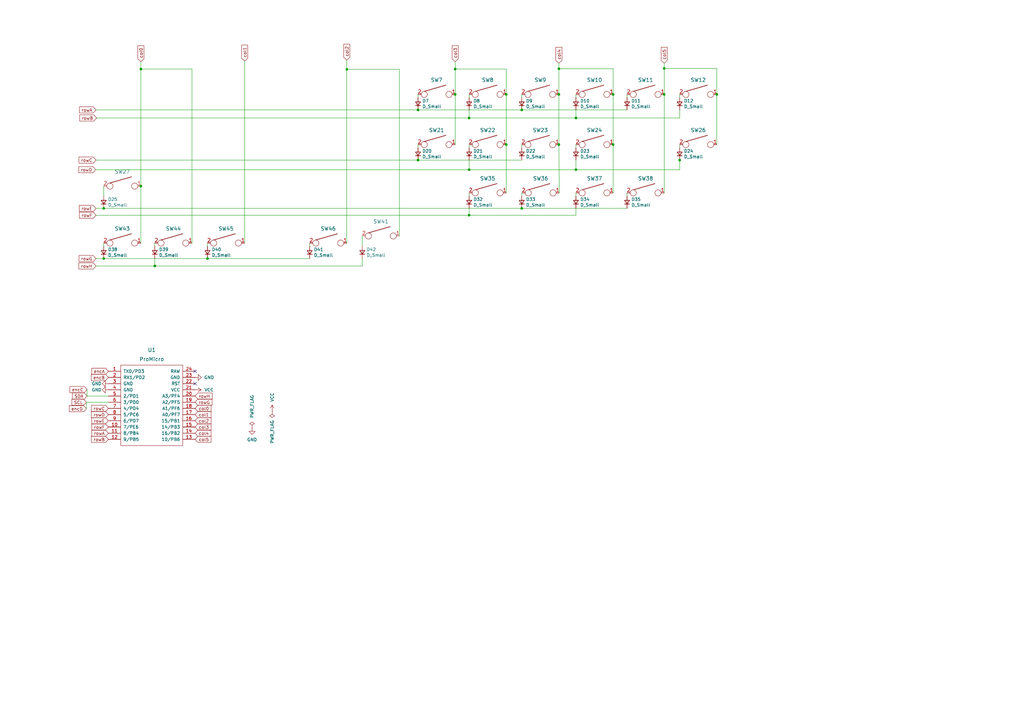
<source format=kicad_sch>
(kicad_sch (version 20230121) (generator eeschema)

  (uuid 6e95e507-f1eb-4f15-9c8c-351adc35a101)

  (paper "A3")

  (lib_symbols
    (symbol "Device:D_Small" (pin_numbers hide) (pin_names (offset 0.254) hide) (in_bom yes) (on_board yes)
      (property "Reference" "D" (at -1.27 2.032 0)
        (effects (font (size 1.27 1.27)) (justify left))
      )
      (property "Value" "D_Small" (at -3.81 -2.032 0)
        (effects (font (size 1.27 1.27)) (justify left))
      )
      (property "Footprint" "" (at 0 0 90)
        (effects (font (size 1.27 1.27)) hide)
      )
      (property "Datasheet" "~" (at 0 0 90)
        (effects (font (size 1.27 1.27)) hide)
      )
      (property "ki_keywords" "diode" (at 0 0 0)
        (effects (font (size 1.27 1.27)) hide)
      )
      (property "ki_description" "Diode, small symbol" (at 0 0 0)
        (effects (font (size 1.27 1.27)) hide)
      )
      (property "ki_fp_filters" "TO-???* *_Diode_* *SingleDiode* D_*" (at 0 0 0)
        (effects (font (size 1.27 1.27)) hide)
      )
      (symbol "D_Small_0_1"
        (polyline
          (pts
            (xy -0.762 -1.016)
            (xy -0.762 1.016)
          )
          (stroke (width 0.254) (type default))
          (fill (type none))
        )
        (polyline
          (pts
            (xy -0.762 0)
            (xy 0.762 0)
          )
          (stroke (width 0) (type default))
          (fill (type none))
        )
        (polyline
          (pts
            (xy 0.762 -1.016)
            (xy -0.762 0)
            (xy 0.762 1.016)
            (xy 0.762 -1.016)
          )
          (stroke (width 0.254) (type default))
          (fill (type none))
        )
      )
      (symbol "D_Small_1_1"
        (pin passive line (at -2.54 0 0) (length 1.778)
          (name "K" (effects (font (size 1.27 1.27))))
          (number "1" (effects (font (size 1.27 1.27))))
        )
        (pin passive line (at 2.54 0 180) (length 1.778)
          (name "A" (effects (font (size 1.27 1.27))))
          (number "2" (effects (font (size 1.27 1.27))))
        )
      )
    )
    (symbol "keebio:ProMicro" (pin_names (offset 1.016)) (in_bom yes) (on_board yes)
      (property "Reference" "U" (at 0 0 0)
        (effects (font (size 1.524 1.524)))
      )
      (property "Value" "ProMicro" (at 0 -19.05 0)
        (effects (font (size 1.524 1.524)))
      )
      (property "Footprint" "" (at 26.67 -63.5 90)
        (effects (font (size 1.524 1.524)) hide)
      )
      (property "Datasheet" "" (at 26.67 -63.5 90)
        (effects (font (size 1.524 1.524)) hide)
      )
      (symbol "ProMicro_0_1"
        (rectangle (start -12.7 -16.51) (end 12.7 16.51)
          (stroke (width 0) (type default))
          (fill (type none))
        )
      )
      (symbol "ProMicro_1_1"
        (pin input line (at -17.78 13.97 0) (length 5.08)
          (name "TX0/PD3" (effects (font (size 1.27 1.27))))
          (number "1" (effects (font (size 1.27 1.27))))
        )
        (pin input line (at -17.78 -8.89 0) (length 5.08)
          (name "7/PE6" (effects (font (size 1.27 1.27))))
          (number "10" (effects (font (size 1.27 1.27))))
        )
        (pin input line (at -17.78 -11.43 0) (length 5.08)
          (name "8/PB4" (effects (font (size 1.27 1.27))))
          (number "11" (effects (font (size 1.27 1.27))))
        )
        (pin input line (at -17.78 -13.97 0) (length 5.08)
          (name "9/PB5" (effects (font (size 1.27 1.27))))
          (number "12" (effects (font (size 1.27 1.27))))
        )
        (pin input line (at 17.78 -13.97 180) (length 5.08)
          (name "10/PB6" (effects (font (size 1.27 1.27))))
          (number "13" (effects (font (size 1.27 1.27))))
        )
        (pin input line (at 17.78 -11.43 180) (length 5.08)
          (name "16/PB2" (effects (font (size 1.27 1.27))))
          (number "14" (effects (font (size 1.27 1.27))))
        )
        (pin input line (at 17.78 -8.89 180) (length 5.08)
          (name "14/PB3" (effects (font (size 1.27 1.27))))
          (number "15" (effects (font (size 1.27 1.27))))
        )
        (pin input line (at 17.78 -6.35 180) (length 5.08)
          (name "15/PB1" (effects (font (size 1.27 1.27))))
          (number "16" (effects (font (size 1.27 1.27))))
        )
        (pin input line (at 17.78 -3.81 180) (length 5.08)
          (name "A0/PF7" (effects (font (size 1.27 1.27))))
          (number "17" (effects (font (size 1.27 1.27))))
        )
        (pin input line (at 17.78 -1.27 180) (length 5.08)
          (name "A1/PF6" (effects (font (size 1.27 1.27))))
          (number "18" (effects (font (size 1.27 1.27))))
        )
        (pin input line (at 17.78 1.27 180) (length 5.08)
          (name "A2/PF5" (effects (font (size 1.27 1.27))))
          (number "19" (effects (font (size 1.27 1.27))))
        )
        (pin input line (at -17.78 11.43 0) (length 5.08)
          (name "RX1/PD2" (effects (font (size 1.27 1.27))))
          (number "2" (effects (font (size 1.27 1.27))))
        )
        (pin input line (at 17.78 3.81 180) (length 5.08)
          (name "A3/PF4" (effects (font (size 1.27 1.27))))
          (number "20" (effects (font (size 1.27 1.27))))
        )
        (pin input line (at 17.78 6.35 180) (length 5.08)
          (name "VCC" (effects (font (size 1.27 1.27))))
          (number "21" (effects (font (size 1.27 1.27))))
        )
        (pin input line (at 17.78 8.89 180) (length 5.08)
          (name "RST" (effects (font (size 1.27 1.27))))
          (number "22" (effects (font (size 1.27 1.27))))
        )
        (pin input line (at 17.78 11.43 180) (length 5.08)
          (name "GND" (effects (font (size 1.27 1.27))))
          (number "23" (effects (font (size 1.27 1.27))))
        )
        (pin input line (at 17.78 13.97 180) (length 5.08)
          (name "RAW" (effects (font (size 1.27 1.27))))
          (number "24" (effects (font (size 1.27 1.27))))
        )
        (pin input line (at -17.78 8.89 0) (length 5.08)
          (name "GND" (effects (font (size 1.27 1.27))))
          (number "3" (effects (font (size 1.27 1.27))))
        )
        (pin input line (at -17.78 6.35 0) (length 5.08)
          (name "GND" (effects (font (size 1.27 1.27))))
          (number "4" (effects (font (size 1.27 1.27))))
        )
        (pin input line (at -17.78 3.81 0) (length 5.08)
          (name "2/PD1" (effects (font (size 1.27 1.27))))
          (number "5" (effects (font (size 1.27 1.27))))
        )
        (pin input line (at -17.78 1.27 0) (length 5.08)
          (name "3/PD0" (effects (font (size 1.27 1.27))))
          (number "6" (effects (font (size 1.27 1.27))))
        )
        (pin input line (at -17.78 -1.27 0) (length 5.08)
          (name "4/PD4" (effects (font (size 1.27 1.27))))
          (number "7" (effects (font (size 1.27 1.27))))
        )
        (pin input line (at -17.78 -3.81 0) (length 5.08)
          (name "5/PC6" (effects (font (size 1.27 1.27))))
          (number "8" (effects (font (size 1.27 1.27))))
        )
        (pin input line (at -17.78 -6.35 0) (length 5.08)
          (name "6/PD7" (effects (font (size 1.27 1.27))))
          (number "9" (effects (font (size 1.27 1.27))))
        )
      )
    )
    (symbol "keyboard_parts:KEYSW" (pin_names (offset 1.016)) (in_bom yes) (on_board yes)
      (property "Reference" "K?" (at -1.27 0 0)
        (effects (font (size 1.524 1.524)))
      )
      (property "Value" "KEYSW" (at 0 -2.54 0)
        (effects (font (size 1.524 1.524)) hide)
      )
      (property "Footprint" "" (at 0 0 0)
        (effects (font (size 1.524 1.524)))
      )
      (property "Datasheet" "" (at 0 0 0)
        (effects (font (size 1.524 1.524)))
      )
      (symbol "KEYSW_0_1"
        (circle (center -5.08 0) (radius 1.27)
          (stroke (width 0) (type default))
          (fill (type none))
        )
        (polyline
          (pts
            (xy -5.08 1.27)
            (xy 3.81 3.81)
          )
          (stroke (width 0.254) (type default))
          (fill (type none))
        )
        (circle (center 5.08 0) (radius 1.27)
          (stroke (width 0) (type default))
          (fill (type none))
        )
      )
      (symbol "KEYSW_1_1"
        (pin passive line (at 7.62 0 180) (length 1.27)
          (name "~" (effects (font (size 1.524 1.524))))
          (number "1" (effects (font (size 1.524 1.524))))
        )
        (pin passive line (at -7.62 0 0) (length 1.27)
          (name "~" (effects (font (size 1.524 1.524))))
          (number "2" (effects (font (size 1.524 1.524))))
        )
      )
    )
    (symbol "power:GND" (power) (pin_names (offset 0)) (in_bom yes) (on_board yes)
      (property "Reference" "#PWR" (at 0 -6.35 0)
        (effects (font (size 1.27 1.27)) hide)
      )
      (property "Value" "GND" (at 0 -3.81 0)
        (effects (font (size 1.27 1.27)))
      )
      (property "Footprint" "" (at 0 0 0)
        (effects (font (size 1.27 1.27)) hide)
      )
      (property "Datasheet" "" (at 0 0 0)
        (effects (font (size 1.27 1.27)) hide)
      )
      (property "ki_keywords" "power-flag" (at 0 0 0)
        (effects (font (size 1.27 1.27)) hide)
      )
      (property "ki_description" "Power symbol creates a global label with name \"GND\" , ground" (at 0 0 0)
        (effects (font (size 1.27 1.27)) hide)
      )
      (symbol "GND_0_1"
        (polyline
          (pts
            (xy 0 0)
            (xy 0 -1.27)
            (xy 1.27 -1.27)
            (xy 0 -2.54)
            (xy -1.27 -1.27)
            (xy 0 -1.27)
          )
          (stroke (width 0) (type default))
          (fill (type none))
        )
      )
      (symbol "GND_1_1"
        (pin power_in line (at 0 0 270) (length 0) hide
          (name "GND" (effects (font (size 1.27 1.27))))
          (number "1" (effects (font (size 1.27 1.27))))
        )
      )
    )
    (symbol "power:PWR_FLAG" (power) (pin_numbers hide) (pin_names (offset 0) hide) (in_bom yes) (on_board yes)
      (property "Reference" "#FLG" (at 0 1.905 0)
        (effects (font (size 1.27 1.27)) hide)
      )
      (property "Value" "PWR_FLAG" (at 0 3.81 0)
        (effects (font (size 1.27 1.27)))
      )
      (property "Footprint" "" (at 0 0 0)
        (effects (font (size 1.27 1.27)) hide)
      )
      (property "Datasheet" "~" (at 0 0 0)
        (effects (font (size 1.27 1.27)) hide)
      )
      (property "ki_keywords" "power-flag" (at 0 0 0)
        (effects (font (size 1.27 1.27)) hide)
      )
      (property "ki_description" "Special symbol for telling ERC where power comes from" (at 0 0 0)
        (effects (font (size 1.27 1.27)) hide)
      )
      (symbol "PWR_FLAG_0_0"
        (pin power_out line (at 0 0 90) (length 0)
          (name "pwr" (effects (font (size 1.27 1.27))))
          (number "1" (effects (font (size 1.27 1.27))))
        )
      )
      (symbol "PWR_FLAG_0_1"
        (polyline
          (pts
            (xy 0 0)
            (xy 0 1.27)
            (xy -1.016 1.905)
            (xy 0 2.54)
            (xy 1.016 1.905)
            (xy 0 1.27)
          )
          (stroke (width 0) (type default))
          (fill (type none))
        )
      )
    )
    (symbol "power:VCC" (power) (pin_names (offset 0)) (in_bom yes) (on_board yes)
      (property "Reference" "#PWR" (at 0 -3.81 0)
        (effects (font (size 1.27 1.27)) hide)
      )
      (property "Value" "VCC" (at 0 3.81 0)
        (effects (font (size 1.27 1.27)))
      )
      (property "Footprint" "" (at 0 0 0)
        (effects (font (size 1.27 1.27)) hide)
      )
      (property "Datasheet" "" (at 0 0 0)
        (effects (font (size 1.27 1.27)) hide)
      )
      (property "ki_keywords" "power-flag" (at 0 0 0)
        (effects (font (size 1.27 1.27)) hide)
      )
      (property "ki_description" "Power symbol creates a global label with name \"VCC\"" (at 0 0 0)
        (effects (font (size 1.27 1.27)) hide)
      )
      (symbol "VCC_0_1"
        (polyline
          (pts
            (xy -0.762 1.27)
            (xy 0 2.54)
          )
          (stroke (width 0) (type default))
          (fill (type none))
        )
        (polyline
          (pts
            (xy 0 0)
            (xy 0 2.54)
          )
          (stroke (width 0) (type default))
          (fill (type none))
        )
        (polyline
          (pts
            (xy 0 2.54)
            (xy 0.762 1.27)
          )
          (stroke (width 0) (type default))
          (fill (type none))
        )
      )
      (symbol "VCC_1_1"
        (pin power_in line (at 0 0 90) (length 0) hide
          (name "VCC" (effects (font (size 1.27 1.27))))
          (number "1" (effects (font (size 1.27 1.27))))
        )
      )
    )
  )

  (junction (at 229.235 38.735) (diameter 0) (color 0 0 0 0)
    (uuid 070b21e9-3eb3-42d1-a80b-4d61eac42621)
  )
  (junction (at 63.5 109.093) (diameter 0) (color 0 0 0 0)
    (uuid 1d6ecc16-5d6e-46da-80c5-fafccdfe7a42)
  )
  (junction (at 192.405 88.265) (diameter 0) (color 0 0 0 0)
    (uuid 22f1ae62-362c-42a5-885b-2ab9827a43f7)
  )
  (junction (at 251.46 38.735) (diameter 0) (color 0 0 0 0)
    (uuid 27a317f2-b0f9-43f7-8255-a66678b6a959)
  )
  (junction (at 213.995 45.085) (diameter 0) (color 0 0 0 0)
    (uuid 345c62c5-a163-433d-a92f-445b6006ac6d)
  )
  (junction (at 42.545 85.471) (diameter 0) (color 0 0 0 0)
    (uuid 3a959ef3-c134-4fd0-aa50-6d9dc72e0f67)
  )
  (junction (at 85.09 106.045) (diameter 0) (color 0 0 0 0)
    (uuid 44dfbf28-75ea-4bb4-88d1-979f9bb76cb1)
  )
  (junction (at 229.235 28.194) (diameter 0) (color 0 0 0 0)
    (uuid 4a8b7b80-6342-477e-b788-0f16e2d247a9)
  )
  (junction (at 236.22 69.596) (diameter 0) (color 0 0 0 0)
    (uuid 4cad89f9-6e49-4a70-90fd-d1782a1b51db)
  )
  (junction (at 57.785 28.321) (diameter 0) (color 0 0 0 0)
    (uuid 5a04766d-a46f-4580-a030-4a00f8c92906)
  )
  (junction (at 42.545 106.045) (diameter 0) (color 0 0 0 0)
    (uuid 5d4ed327-3cb5-4ac9-967c-cd22fb11a611)
  )
  (junction (at 192.405 69.596) (diameter 0) (color 0 0 0 0)
    (uuid 7636ea83-3080-4aab-aa27-dd6b4608f398)
  )
  (junction (at 207.645 38.735) (diameter 0) (color 0 0 0 0)
    (uuid 79a2ac4b-c8f6-4630-98c8-5cf1ad97ff94)
  )
  (junction (at 213.995 85.471) (diameter 0) (color 0 0 0 0)
    (uuid 79d9de98-c1af-4b2b-872a-1ceb1658fe05)
  )
  (junction (at 236.22 48.387) (diameter 0) (color 0 0 0 0)
    (uuid 89290289-b7f4-4612-97d4-f48922cc9765)
  )
  (junction (at 192.405 48.387) (diameter 0) (color 0 0 0 0)
    (uuid 95e33758-0965-4712-a96e-ee6157639cb3)
  )
  (junction (at 272.415 28.067) (diameter 0) (color 0 0 0 0)
    (uuid 97b15620-cf64-425e-88fc-a9d8278debea)
  )
  (junction (at 142.24 28.448) (diameter 0) (color 0 0 0 0)
    (uuid a7004a9d-f7fb-4b35-a421-e39ef416fa0b)
  )
  (junction (at 207.645 59.309) (diameter 0) (color 0 0 0 0)
    (uuid a96c134e-fb9e-4d06-bd60-27475d4f9726)
  )
  (junction (at 171.45 45.085) (diameter 0) (color 0 0 0 0)
    (uuid acb1399f-933a-4e08-934f-7582a31619cb)
  )
  (junction (at 272.415 38.735) (diameter 0) (color 0 0 0 0)
    (uuid b9a16765-14e0-4369-82dd-2452673b1fad)
  )
  (junction (at 186.69 28.321) (diameter 0) (color 0 0 0 0)
    (uuid ba334349-4183-44cd-8ca9-0e2ce4e67c97)
  )
  (junction (at 186.69 38.735) (diameter 0) (color 0 0 0 0)
    (uuid bd33a0bc-82eb-4cbb-a0f3-abde030d8c49)
  )
  (junction (at 294.005 38.735) (diameter 0) (color 0 0 0 0)
    (uuid c00a89b0-901a-4bc6-91e8-ce312aabe150)
  )
  (junction (at 57.785 76.327) (diameter 0) (color 0 0 0 0)
    (uuid c0275cc6-07d4-48ac-868e-e0ed5da230c1)
  )
  (junction (at 229.235 59.309) (diameter 0) (color 0 0 0 0)
    (uuid c1c885ba-b08d-4b6c-b221-a6b6afbd918f)
  )
  (junction (at 171.45 65.659) (diameter 0) (color 0 0 0 0)
    (uuid c88f2570-9379-4b76-8208-061e50d68e9b)
  )
  (junction (at 278.765 65.659) (diameter 0) (color 0 0 0 0)
    (uuid e1b543cd-5999-4c00-8b4c-2a278868c9d2)
  )
  (junction (at 251.46 59.309) (diameter 0) (color 0 0 0 0)
    (uuid e49b45ec-53ca-4f7d-b80b-38e4e6ab90de)
  )

  (no_connect (at 80.01 152.273) (uuid 57ff1f19-1843-4595-be79-90356973ebe3))
  (no_connect (at 80.01 157.353) (uuid d7fa523f-71f5-4bb7-862e-933803564a39))

  (wire (pts (xy 39.37 88.265) (xy 192.405 88.265))
    (stroke (width 0) (type default))
    (uuid 0133bafe-73c4-4528-8d4b-101ec6975e9a)
  )
  (wire (pts (xy 148.59 96.774) (xy 148.59 100.965))
    (stroke (width 0) (type default))
    (uuid 0236247a-2d78-474a-a3ae-255118afcbe4)
  )
  (wire (pts (xy 207.645 59.309) (xy 207.645 79.121))
    (stroke (width 0) (type default))
    (uuid 0662088d-0e2a-45d6-b393-c2ca67b0c51a)
  )
  (wire (pts (xy 42.545 106.045) (xy 85.09 106.045))
    (stroke (width 0) (type default))
    (uuid 1170315f-b6b7-459f-a42b-29db3887b467)
  )
  (wire (pts (xy 192.405 48.387) (xy 236.22 48.387))
    (stroke (width 0) (type default))
    (uuid 12ccf18c-0ddf-4692-9d48-328dc3a731b0)
  )
  (wire (pts (xy 192.405 38.735) (xy 192.405 40.005))
    (stroke (width 0) (type default))
    (uuid 171dd59f-f3e6-4573-95f6-22eb8fb0e7c2)
  )
  (wire (pts (xy 236.22 48.387) (xy 278.765 48.387))
    (stroke (width 0) (type default))
    (uuid 1960bd75-66e9-4812-b2a2-4d9ce66d8966)
  )
  (wire (pts (xy 213.995 38.735) (xy 213.995 40.005))
    (stroke (width 0) (type default))
    (uuid 19b44423-8f51-4d06-8d64-aeded5267a0c)
  )
  (wire (pts (xy 57.785 76.327) (xy 57.785 99.695))
    (stroke (width 0) (type default))
    (uuid 1f29490b-26f9-450c-8ba3-18065d79923b)
  )
  (wire (pts (xy 148.59 106.045) (xy 148.59 109.093))
    (stroke (width 0) (type default))
    (uuid 2062f576-c723-41ae-b2cb-5cd29c40c3a1)
  )
  (wire (pts (xy 214.122 79.121) (xy 213.995 80.391))
    (stroke (width 0) (type default))
    (uuid 21dcb592-d1da-4195-9b81-389f336ee45f)
  )
  (wire (pts (xy 278.765 65.532) (xy 278.765 65.659))
    (stroke (width 0) (type default))
    (uuid 240c02a1-95a8-4ff1-a0b5-0cfd646c575c)
  )
  (wire (pts (xy 35.687 162.433) (xy 44.45 162.433))
    (stroke (width 0) (type default))
    (uuid 257d77c9-2ae6-4bab-9809-c75ba5fbbaa6)
  )
  (wire (pts (xy 42.545 76.327) (xy 42.545 80.391))
    (stroke (width 0) (type default))
    (uuid 25e76ffc-4674-40f0-b804-940548254127)
  )
  (wire (pts (xy 236.22 59.309) (xy 236.22 60.579))
    (stroke (width 0) (type default))
    (uuid 2ba29882-ca2c-4b6b-a46a-37cb9fbbfc96)
  )
  (wire (pts (xy 39.243 69.596) (xy 192.405 69.596))
    (stroke (width 0) (type default))
    (uuid 2d373f4f-2dc6-493d-9ba4-915b1daefd7c)
  )
  (wire (pts (xy 213.995 59.309) (xy 213.995 60.579))
    (stroke (width 0) (type default))
    (uuid 315d4945-cf6a-44ae-8c07-23216fec4138)
  )
  (wire (pts (xy 85.09 99.695) (xy 85.09 100.965))
    (stroke (width 0) (type default))
    (uuid 3614a3dd-b131-4af3-8f8b-a69a5caa09a1)
  )
  (wire (pts (xy 63.5 109.093) (xy 148.59 109.093))
    (stroke (width 0) (type default))
    (uuid 37a3d0b1-e76e-4ae0-bfa4-b4c910d561d0)
  )
  (wire (pts (xy 229.235 38.735) (xy 229.235 28.194))
    (stroke (width 0) (type default))
    (uuid 3bddaa42-a66e-4c1e-865b-292a4f84c7b8)
  )
  (wire (pts (xy 272.415 28.067) (xy 272.415 25.908))
    (stroke (width 0) (type default))
    (uuid 3ece4cfe-aa71-4e25-ae9a-9eba8e221710)
  )
  (wire (pts (xy 57.785 28.321) (xy 57.785 76.327))
    (stroke (width 0) (type default))
    (uuid 41a71f11-92e7-4de5-be3a-d5072bcb9ffb)
  )
  (wire (pts (xy 163.83 28.448) (xy 142.24 28.448))
    (stroke (width 0) (type default))
    (uuid 46fc0763-4efc-4f63-8b73-1e930a01be82)
  )
  (wire (pts (xy 192.405 88.265) (xy 236.22 88.265))
    (stroke (width 0) (type default))
    (uuid 4c476325-a6f3-41f4-ab7b-5b4e7b260ee7)
  )
  (wire (pts (xy 127 99.695) (xy 127 100.965))
    (stroke (width 0) (type default))
    (uuid 4cd4a1f6-b5c7-4e32-a2cc-6ee286ba43b1)
  )
  (wire (pts (xy 251.46 38.735) (xy 251.46 59.309))
    (stroke (width 0) (type default))
    (uuid 557a851f-102d-4680-bf50-11b56ee55c32)
  )
  (wire (pts (xy 78.74 28.321) (xy 78.74 99.695))
    (stroke (width 0) (type default))
    (uuid 59ddded8-82d8-404b-a158-3fe77cf4551d)
  )
  (wire (pts (xy 278.765 38.735) (xy 278.765 40.005))
    (stroke (width 0) (type default))
    (uuid 5af74d8a-60b2-42da-bc66-12dd19fa1acb)
  )
  (wire (pts (xy 42.545 85.471) (xy 213.995 85.471))
    (stroke (width 0) (type default))
    (uuid 5c2ab91b-0edf-4e54-b1cd-44285209b7a6)
  )
  (wire (pts (xy 39.37 45.085) (xy 171.45 45.085))
    (stroke (width 0) (type default))
    (uuid 5e7a7d64-bdc1-41d6-b30d-32b5195356a2)
  )
  (wire (pts (xy 39.624 48.387) (xy 192.405 48.387))
    (stroke (width 0) (type default))
    (uuid 5f13391d-9666-4bf1-b0e1-3884b1f24752)
  )
  (wire (pts (xy 192.405 85.471) (xy 192.405 88.265))
    (stroke (width 0) (type default))
    (uuid 5f837917-7785-4416-bd6e-76854f2b582d)
  )
  (wire (pts (xy 257.175 38.735) (xy 257.175 40.005))
    (stroke (width 0) (type default))
    (uuid 64ae8d29-926c-474c-8034-bfc916a9dbe3)
  )
  (wire (pts (xy 251.46 28.194) (xy 229.235 28.194))
    (stroke (width 0) (type default))
    (uuid 69f486de-e99e-47ae-9f50-74c3ad23a041)
  )
  (wire (pts (xy 192.405 69.596) (xy 236.22 69.596))
    (stroke (width 0) (type default))
    (uuid 6a16e42a-5e9b-41ee-a093-4081efed3fd2)
  )
  (wire (pts (xy 186.69 28.321) (xy 186.69 25.273))
    (stroke (width 0) (type default))
    (uuid 6c629e1b-9eb8-424e-9bf5-7426ad968d2c)
  )
  (wire (pts (xy 186.69 38.735) (xy 186.69 59.309))
    (stroke (width 0) (type default))
    (uuid 6d7a3154-2069-4952-946a-7ddd86c198a8)
  )
  (wire (pts (xy 171.45 38.735) (xy 171.45 40.005))
    (stroke (width 0) (type default))
    (uuid 6da1457a-4970-4c6d-b328-8f6eb72259d9)
  )
  (wire (pts (xy 35.433 164.973) (xy 44.45 164.973))
    (stroke (width 0) (type default))
    (uuid 7243aa16-8a87-48c6-8b9a-1283a5069e80)
  )
  (wire (pts (xy 272.415 38.735) (xy 272.415 28.067))
    (stroke (width 0) (type default))
    (uuid 75aba0c5-2961-4112-a23d-e9634f234b34)
  )
  (wire (pts (xy 294.005 28.067) (xy 272.415 28.067))
    (stroke (width 0) (type default))
    (uuid 7adadca8-3e5c-4b93-892c-c4c1dd93dbd6)
  )
  (wire (pts (xy 294.005 28.067) (xy 294.005 38.735))
    (stroke (width 0) (type default))
    (uuid 7e1e38fd-c919-4ce6-8d51-1135bf49d1ce)
  )
  (wire (pts (xy 236.22 45.085) (xy 236.22 48.387))
    (stroke (width 0) (type default))
    (uuid 7e4c59fc-cf37-4e4a-8069-a112b08aff10)
  )
  (wire (pts (xy 251.46 59.309) (xy 251.46 79.121))
    (stroke (width 0) (type default))
    (uuid 7fcf0c83-f3b5-480c-be9a-3c529fb8d4e8)
  )
  (wire (pts (xy 186.69 38.735) (xy 186.69 28.321))
    (stroke (width 0) (type default))
    (uuid 7fff5fdf-b2c9-4cc9-8be2-802c35d05f68)
  )
  (wire (pts (xy 63.5 106.045) (xy 63.5 109.093))
    (stroke (width 0) (type default))
    (uuid 83f7866f-b974-44f3-a630-f91ba7d0b290)
  )
  (wire (pts (xy 39.37 109.093) (xy 63.5 109.093))
    (stroke (width 0) (type default))
    (uuid 84b76aae-d15d-42ce-a97d-1cccdbd632c8)
  )
  (wire (pts (xy 39.37 106.045) (xy 42.545 106.045))
    (stroke (width 0) (type default))
    (uuid 8689fdaf-9ebb-4341-a461-68800adae0d5)
  )
  (wire (pts (xy 251.46 28.194) (xy 251.46 38.735))
    (stroke (width 0) (type default))
    (uuid 89ce9873-e9a8-41c1-875d-0211a67a8626)
  )
  (wire (pts (xy 85.09 106.045) (xy 127 106.045))
    (stroke (width 0) (type default))
    (uuid 8b9f7e3a-abdc-4d38-b66f-e15a97592bf4)
  )
  (wire (pts (xy 272.415 38.735) (xy 272.415 79.121))
    (stroke (width 0) (type default))
    (uuid 8d532155-1b16-4fee-a6c4-45fc286c8d33)
  )
  (wire (pts (xy 278.765 65.659) (xy 278.765 69.596))
    (stroke (width 0) (type default))
    (uuid 9db2d4fa-d547-4a02-ad68-d93b49275130)
  )
  (wire (pts (xy 236.22 79.121) (xy 236.22 80.391))
    (stroke (width 0) (type default))
    (uuid 9eef38fd-2582-4d46-9ad2-120ea97ca359)
  )
  (wire (pts (xy 39.37 85.471) (xy 42.545 85.471))
    (stroke (width 0) (type default))
    (uuid 9f125012-699d-4bed-a552-eef38de942b0)
  )
  (wire (pts (xy 257.175 79.121) (xy 257.175 80.391))
    (stroke (width 0) (type default))
    (uuid aa5b9ee5-67e9-4df6-b610-d0f6d8d9ac00)
  )
  (wire (pts (xy 57.785 28.321) (xy 78.74 28.321))
    (stroke (width 0) (type default))
    (uuid ab1bce01-74ea-483b-9a68-e34cafcfbb5a)
  )
  (wire (pts (xy 278.765 59.309) (xy 278.765 60.579))
    (stroke (width 0) (type default))
    (uuid b61d38f6-41c1-420a-acb5-57da1c7e6ed7)
  )
  (wire (pts (xy 42.545 99.695) (xy 42.545 100.965))
    (stroke (width 0) (type default))
    (uuid b72d010f-0eaa-4e66-a66a-66c050175acd)
  )
  (wire (pts (xy 192.405 65.659) (xy 192.405 69.596))
    (stroke (width 0) (type default))
    (uuid badbd795-5fc0-4960-8dc8-9dfb55e8d2b1)
  )
  (wire (pts (xy 192.405 45.085) (xy 192.405 48.387))
    (stroke (width 0) (type default))
    (uuid bc3240e8-d91d-41a6-a48c-42367297bccf)
  )
  (wire (pts (xy 142.24 28.448) (xy 142.24 24.638))
    (stroke (width 0) (type default))
    (uuid bcddd913-8b02-492a-9b7c-42acc6dc189c)
  )
  (wire (pts (xy 35.433 167.64) (xy 35.433 164.973))
    (stroke (width 0) (type default))
    (uuid be4e056c-fbdf-4a9e-99eb-c7b6a000acaf)
  )
  (wire (pts (xy 171.45 45.085) (xy 213.995 45.085))
    (stroke (width 0) (type default))
    (uuid bfc104ad-1740-4513-a036-16862436a2e3)
  )
  (wire (pts (xy 63.5 99.695) (xy 63.5 100.965))
    (stroke (width 0) (type default))
    (uuid c03a99e0-38c7-4688-95ec-9d22514a3fd5)
  )
  (wire (pts (xy 213.995 45.085) (xy 257.175 45.085))
    (stroke (width 0) (type default))
    (uuid c20bb1b3-ca89-4fc4-8829-676bfede9120)
  )
  (wire (pts (xy 39.37 65.659) (xy 171.45 65.659))
    (stroke (width 0) (type default))
    (uuid c272cf03-944e-426a-9eb1-d11fc556deb5)
  )
  (wire (pts (xy 100.33 25.019) (xy 100.33 99.695))
    (stroke (width 0) (type default))
    (uuid c3a7e41b-8a63-43de-931a-5fb226a55c0e)
  )
  (wire (pts (xy 171.45 65.659) (xy 213.995 65.659))
    (stroke (width 0) (type default))
    (uuid c90b8b68-5940-4c7f-aca0-d141028b586d)
  )
  (wire (pts (xy 278.765 48.387) (xy 278.765 45.085))
    (stroke (width 0) (type default))
    (uuid ca0351d6-a6cf-4f9c-a12f-5f0c3dc8fa00)
  )
  (wire (pts (xy 163.83 28.448) (xy 163.83 96.774))
    (stroke (width 0) (type default))
    (uuid cc375a7d-1773-49d5-8261-88fcf8e1c024)
  )
  (wire (pts (xy 35.687 159.766) (xy 35.687 162.433))
    (stroke (width 0) (type default))
    (uuid ce66b83d-b026-4ac2-97b0-6952362979f2)
  )
  (wire (pts (xy 192.405 59.309) (xy 192.405 60.579))
    (stroke (width 0) (type default))
    (uuid cffea3bb-6e59-439e-b93f-befd479d3bbb)
  )
  (wire (pts (xy 236.22 85.471) (xy 236.22 88.265))
    (stroke (width 0) (type default))
    (uuid d5ea5da3-bbd4-4fc7-a138-e9adc24bfe59)
  )
  (wire (pts (xy 207.645 28.321) (xy 186.69 28.321))
    (stroke (width 0) (type default))
    (uuid d603763e-eabe-4602-9737-c338cd1c8030)
  )
  (wire (pts (xy 142.24 28.448) (xy 142.24 99.695))
    (stroke (width 0) (type default))
    (uuid d65ffd3d-864a-44bc-a867-54eb772052d5)
  )
  (wire (pts (xy 57.785 28.321) (xy 57.785 25.273))
    (stroke (width 0) (type default))
    (uuid da1e64bb-924e-4e8e-9371-02c14fa098ac)
  )
  (wire (pts (xy 236.22 69.596) (xy 278.765 69.596))
    (stroke (width 0) (type default))
    (uuid db51d81c-b41c-4aa1-9c5c-991c6278c014)
  )
  (wire (pts (xy 192.405 79.121) (xy 192.405 80.391))
    (stroke (width 0) (type default))
    (uuid ddd5798f-7423-4e9a-b097-6fb18180b251)
  )
  (wire (pts (xy 213.995 85.471) (xy 257.175 85.471))
    (stroke (width 0) (type default))
    (uuid e0ffc9f1-39c0-4738-a934-bd5513b39cf2)
  )
  (wire (pts (xy 207.645 38.735) (xy 207.645 59.309))
    (stroke (width 0) (type default))
    (uuid e34612e4-ff8e-463b-9909-3d9c1c5bb30d)
  )
  (wire (pts (xy 207.645 28.321) (xy 207.645 38.735))
    (stroke (width 0) (type default))
    (uuid ec1a7508-a283-48e8-85ed-502c19f8a4b1)
  )
  (wire (pts (xy 236.22 65.659) (xy 236.22 69.596))
    (stroke (width 0) (type default))
    (uuid efa99483-7915-47aa-8481-6934536f0c64)
  )
  (wire (pts (xy 229.235 59.309) (xy 229.362 79.121))
    (stroke (width 0) (type default))
    (uuid f1ee2294-2572-4bac-a155-664e62af5359)
  )
  (wire (pts (xy 229.235 28.194) (xy 229.235 25.908))
    (stroke (width 0) (type default))
    (uuid f3f266a9-4c11-4dc4-9721-27f6bbe4517f)
  )
  (wire (pts (xy 294.005 38.735) (xy 294.005 59.309))
    (stroke (width 0) (type default))
    (uuid f6f51f96-2241-4fca-9aa8-3ed0f5b2b9a9)
  )
  (wire (pts (xy 229.235 38.735) (xy 229.235 59.309))
    (stroke (width 0) (type default))
    (uuid fa6178b1-f5df-486c-94fb-771fc6294987)
  )
  (wire (pts (xy 171.45 59.309) (xy 171.45 60.579))
    (stroke (width 0) (type default))
    (uuid fb7c96d5-7196-474f-8e9e-90d7d7e85f57)
  )
  (wire (pts (xy 236.22 38.735) (xy 236.22 40.005))
    (stroke (width 0) (type default))
    (uuid fbaba51c-608e-481b-8e7c-ee7b1711c57b)
  )

  (global_label "col1" (shape input) (at 100.33 25.019 90) (fields_autoplaced)
    (effects (font (size 1.27 1.27)) (justify left))
    (uuid 069619e7-148d-4d6b-8732-f1af22ee6733)
    (property "Intersheetrefs" "${INTERSHEET_REFS}" (at 100.2506 18.4935 90)
      (effects (font (size 1.27 1.27)) (justify left) hide)
    )
  )
  (global_label "rowG" (shape input) (at 39.37 106.045 180) (fields_autoplaced)
    (effects (font (size 1.27 1.27)) (justify right))
    (uuid 097da497-b2b7-4261-8ca7-33d9669608a4)
    (property "Intersheetrefs" "${INTERSHEET_REFS}" (at 32.4212 105.9656 0)
      (effects (font (size 1.27 1.27)) (justify right) hide)
    )
  )
  (global_label "col3" (shape input) (at 80.01 175.133 0) (fields_autoplaced)
    (effects (font (size 1.27 1.27)) (justify left))
    (uuid 105d716b-1bc8-441d-b7a1-7cee419778b1)
    (property "Intersheetrefs" "${INTERSHEET_REFS}" (at 86.5355 175.0536 0)
      (effects (font (size 1.27 1.27)) (justify left) hide)
    )
  )
  (global_label "rowD" (shape input) (at 44.45 170.053 180) (fields_autoplaced)
    (effects (font (size 1.27 1.27)) (justify right))
    (uuid 1665acdd-da4c-41d3-9560-6e4c111b1003)
    (property "Intersheetrefs" "${INTERSHEET_REFS}" (at 37.5012 169.9736 0)
      (effects (font (size 1.27 1.27)) (justify right) hide)
    )
  )
  (global_label "SDA" (shape input) (at 35.687 162.433 180) (fields_autoplaced)
    (effects (font (size 1.27 1.27)) (justify right))
    (uuid 16b2aa76-c674-404b-a233-1ad75c8b3aab)
    (property "Intersheetrefs" "${INTERSHEET_REFS}" (at 29.7058 162.3536 0)
      (effects (font (size 1.27 1.27)) (justify right) hide)
    )
  )
  (global_label "rowE" (shape input) (at 44.45 172.593 180) (fields_autoplaced)
    (effects (font (size 1.27 1.27)) (justify right))
    (uuid 18ab06c0-9054-4ec6-813f-bc4622161733)
    (property "Intersheetrefs" "${INTERSHEET_REFS}" (at 37.6221 172.5136 0)
      (effects (font (size 1.27 1.27)) (justify right) hide)
    )
  )
  (global_label "rowH" (shape input) (at 80.01 162.433 0) (fields_autoplaced)
    (effects (font (size 1.27 1.27)) (justify left))
    (uuid 224b41e6-e9c0-45f7-94be-ee2fe641061a)
    (property "Intersheetrefs" "${INTERSHEET_REFS}" (at 87.0193 162.5124 0)
      (effects (font (size 1.27 1.27)) (justify left) hide)
    )
  )
  (global_label "col2" (shape input) (at 80.01 172.593 0) (fields_autoplaced)
    (effects (font (size 1.27 1.27)) (justify left))
    (uuid 24558d58-4dca-4fcf-9e95-74eb120d30c1)
    (property "Intersheetrefs" "${INTERSHEET_REFS}" (at 86.5355 172.5136 0)
      (effects (font (size 1.27 1.27)) (justify left) hide)
    )
  )
  (global_label "col5" (shape input) (at 80.01 180.213 0) (fields_autoplaced)
    (effects (font (size 1.27 1.27)) (justify left))
    (uuid 250a72be-9cc4-4a4d-9229-557fb828f5a3)
    (property "Intersheetrefs" "${INTERSHEET_REFS}" (at 86.5355 180.1336 0)
      (effects (font (size 1.27 1.27)) (justify left) hide)
    )
  )
  (global_label "col0" (shape input) (at 80.01 167.513 0) (fields_autoplaced)
    (effects (font (size 1.27 1.27)) (justify left))
    (uuid 2f7ddde7-1fb4-43bb-93a8-a6ab7d2104ec)
    (property "Intersheetrefs" "${INTERSHEET_REFS}" (at 101.6 129.413 0)
      (effects (font (size 1.27 1.27)) hide)
    )
  )
  (global_label "rowB" (shape input) (at 44.45 180.213 180) (fields_autoplaced)
    (effects (font (size 1.27 1.27)) (justify right))
    (uuid 33271a9c-25f8-48ba-88e7-df4e9e0380ae)
    (property "Intersheetrefs" "${INTERSHEET_REFS}" (at 37.5012 180.1336 0)
      (effects (font (size 1.27 1.27)) (justify right) hide)
    )
  )
  (global_label "rowF" (shape input) (at 39.37 88.265 180) (fields_autoplaced)
    (effects (font (size 1.27 1.27)) (justify right))
    (uuid 385973ae-d2c5-4ab6-9a44-47d7613094ea)
    (property "Intersheetrefs" "${INTERSHEET_REFS}" (at 32.6026 88.1856 0)
      (effects (font (size 1.27 1.27)) (justify right) hide)
    )
  )
  (global_label "rowC" (shape input) (at 44.45 167.513 180) (fields_autoplaced)
    (effects (font (size 1.27 1.27)) (justify right))
    (uuid 3f5a7f77-1985-4a9a-8b71-18691abf2a2f)
    (property "Intersheetrefs" "${INTERSHEET_REFS}" (at 37.5012 167.4336 0)
      (effects (font (size 1.27 1.27)) (justify right) hide)
    )
  )
  (global_label "rowB" (shape input) (at 39.624 48.387 180) (fields_autoplaced)
    (effects (font (size 1.27 1.27)) (justify right))
    (uuid 4452125c-c5a2-4c99-989c-54bc3b410644)
    (property "Intersheetrefs" "${INTERSHEET_REFS}" (at 32.6752 48.3076 0)
      (effects (font (size 1.27 1.27)) (justify right) hide)
    )
  )
  (global_label "SCL" (shape input) (at 35.433 164.973 180) (fields_autoplaced)
    (effects (font (size 1.27 1.27)) (justify right))
    (uuid 45ad955e-7ee1-4411-a7e7-51bf5bc89b26)
    (property "Intersheetrefs" "${INTERSHEET_REFS}" (at 29.5123 164.8936 0)
      (effects (font (size 1.27 1.27)) (justify right) hide)
    )
  )
  (global_label "col0" (shape input) (at 57.785 25.273 90) (fields_autoplaced)
    (effects (font (size 1.27 1.27)) (justify left))
    (uuid 474e4482-96e2-4f3d-9376-59465c290fcd)
    (property "Intersheetrefs" "${INTERSHEET_REFS}" (at 19.685 3.683 0)
      (effects (font (size 1.27 1.27)) hide)
    )
  )
  (global_label "encD" (shape input) (at 35.433 167.64 180) (fields_autoplaced)
    (effects (font (size 1.27 1.27)) (justify right))
    (uuid 5dea0fe4-f57f-47f4-85f9-2d7d6bc7458f)
    (property "Intersheetrefs" "${INTERSHEET_REFS}" (at 28.4237 167.5606 0)
      (effects (font (size 1.27 1.27)) (justify right) hide)
    )
  )
  (global_label "rowH" (shape input) (at 39.37 109.093 180) (fields_autoplaced)
    (effects (font (size 1.27 1.27)) (justify right))
    (uuid 62bbab2f-cae5-4376-95df-54ab0042b191)
    (property "Intersheetrefs" "${INTERSHEET_REFS}" (at 32.3607 109.0136 0)
      (effects (font (size 1.27 1.27)) (justify right) hide)
    )
  )
  (global_label "rowC" (shape input) (at 39.37 65.659 180) (fields_autoplaced)
    (effects (font (size 1.27 1.27)) (justify right))
    (uuid 64e8e5ad-b3b0-48f2-934c-18d19afb4577)
    (property "Intersheetrefs" "${INTERSHEET_REFS}" (at 32.4212 65.5796 0)
      (effects (font (size 1.27 1.27)) (justify right) hide)
    )
  )
  (global_label "encC" (shape input) (at 35.687 159.766 180) (fields_autoplaced)
    (effects (font (size 1.27 1.27)) (justify right))
    (uuid 6645d0df-8db5-4206-b15b-6181e868f1b6)
    (property "Intersheetrefs" "${INTERSHEET_REFS}" (at 28.6777 159.6866 0)
      (effects (font (size 1.27 1.27)) (justify right) hide)
    )
  )
  (global_label "rowA" (shape input) (at 44.45 177.673 180) (fields_autoplaced)
    (effects (font (size 1.27 1.27)) (justify right))
    (uuid 7ffe7f8c-2288-4233-8d5a-cec6421c30a5)
    (property "Intersheetrefs" "${INTERSHEET_REFS}" (at 37.6826 177.5936 0)
      (effects (font (size 1.27 1.27)) (justify right) hide)
    )
  )
  (global_label "rowF" (shape input) (at 44.45 175.133 180) (fields_autoplaced)
    (effects (font (size 1.27 1.27)) (justify right))
    (uuid 983786c5-9aba-41af-9ec9-0310fafdb2f2)
    (property "Intersheetrefs" "${INTERSHEET_REFS}" (at 37.6826 175.0536 0)
      (effects (font (size 1.27 1.27)) (justify right) hide)
    )
  )
  (global_label "encA" (shape input) (at 44.45 152.273 180) (fields_autoplaced)
    (effects (font (size 1.27 1.27)) (justify right))
    (uuid 9f43ca48-d620-4124-bf3d-87a6cc9cf438)
    (property "Intersheetrefs" "${INTERSHEET_REFS}" (at 37.6221 152.3524 0)
      (effects (font (size 1.27 1.27)) (justify right) hide)
    )
  )
  (global_label "col3" (shape input) (at 186.69 25.273 90) (fields_autoplaced)
    (effects (font (size 1.27 1.27)) (justify left))
    (uuid a861f962-7756-4118-9854-802fb1b086d2)
    (property "Intersheetrefs" "${INTERSHEET_REFS}" (at 186.6106 18.7475 90)
      (effects (font (size 1.27 1.27)) (justify left) hide)
    )
  )
  (global_label "encB" (shape input) (at 44.45 154.813 180) (fields_autoplaced)
    (effects (font (size 1.27 1.27)) (justify right))
    (uuid cb8d8649-705c-413f-ab0f-bef0ceffc416)
    (property "Intersheetrefs" "${INTERSHEET_REFS}" (at 37.4407 154.8924 0)
      (effects (font (size 1.27 1.27)) (justify right) hide)
    )
  )
  (global_label "rowG" (shape input) (at 80.01 164.973 0) (fields_autoplaced)
    (effects (font (size 1.27 1.27)) (justify left))
    (uuid d4b83c75-2875-4075-8883-3f2423a679d6)
    (property "Intersheetrefs" "${INTERSHEET_REFS}" (at 86.9588 165.0524 0)
      (effects (font (size 1.27 1.27)) (justify left) hide)
    )
  )
  (global_label "col4" (shape input) (at 80.01 177.673 0) (fields_autoplaced)
    (effects (font (size 1.27 1.27)) (justify left))
    (uuid d99aaadc-ead8-4fe2-b9b7-54285565c4ae)
    (property "Intersheetrefs" "${INTERSHEET_REFS}" (at 86.5355 177.5936 0)
      (effects (font (size 1.27 1.27)) (justify left) hide)
    )
  )
  (global_label "col4" (shape input) (at 229.235 25.908 90) (fields_autoplaced)
    (effects (font (size 1.27 1.27)) (justify left))
    (uuid ddca5a46-4ef5-412b-b269-5486d270633e)
    (property "Intersheetrefs" "${INTERSHEET_REFS}" (at 229.1556 19.3825 90)
      (effects (font (size 1.27 1.27)) (justify left) hide)
    )
  )
  (global_label "rowA" (shape input) (at 39.37 45.085 180) (fields_autoplaced)
    (effects (font (size 1.27 1.27)) (justify right))
    (uuid e1678b2e-dc8a-4662-95c8-f60698ca26b9)
    (property "Intersheetrefs" "${INTERSHEET_REFS}" (at 32.6026 45.0056 0)
      (effects (font (size 1.27 1.27)) (justify right) hide)
    )
  )
  (global_label "col2" (shape input) (at 142.24 24.638 90) (fields_autoplaced)
    (effects (font (size 1.27 1.27)) (justify left))
    (uuid e2280922-562b-4e3f-9510-299971ff3293)
    (property "Intersheetrefs" "${INTERSHEET_REFS}" (at 142.1606 18.1125 90)
      (effects (font (size 1.27 1.27)) (justify left) hide)
    )
  )
  (global_label "col1" (shape input) (at 80.01 170.053 0) (fields_autoplaced)
    (effects (font (size 1.27 1.27)) (justify left))
    (uuid e562c910-fce8-45be-ae7c-c4f16dfb8a36)
    (property "Intersheetrefs" "${INTERSHEET_REFS}" (at 86.5355 169.9736 0)
      (effects (font (size 1.27 1.27)) (justify left) hide)
    )
  )
  (global_label "col5" (shape input) (at 272.415 25.908 90) (fields_autoplaced)
    (effects (font (size 1.27 1.27)) (justify left))
    (uuid e84fddc9-f09f-40c7-ba46-34c4d80f16ca)
    (property "Intersheetrefs" "${INTERSHEET_REFS}" (at 272.3356 19.3825 90)
      (effects (font (size 1.27 1.27)) (justify left) hide)
    )
  )
  (global_label "rowE" (shape input) (at 39.37 85.471 180) (fields_autoplaced)
    (effects (font (size 1.27 1.27)) (justify right))
    (uuid f05da0b7-bcf2-4213-ac72-4570db4d265a)
    (property "Intersheetrefs" "${INTERSHEET_REFS}" (at 32.5421 85.3916 0)
      (effects (font (size 1.27 1.27)) (justify right) hide)
    )
  )
  (global_label "rowD" (shape input) (at 39.243 69.596 180) (fields_autoplaced)
    (effects (font (size 1.27 1.27)) (justify right))
    (uuid f445e801-a84b-4a50-91da-d45fb1aaf590)
    (property "Intersheetrefs" "${INTERSHEET_REFS}" (at 32.2942 69.5166 0)
      (effects (font (size 1.27 1.27)) (justify right) hide)
    )
  )

  (symbol (lib_id "keyboard_parts:KEYSW") (at 50.165 76.327 0) (unit 1)
    (in_bom yes) (on_board yes) (dnp no)
    (uuid 118d1b10-e28b-4b3b-b6f1-07ba00e0ca7d)
    (property "Reference" "SW27" (at 50.165 70.4088 0)
      (effects (font (size 1.524 1.524)))
    )
    (property "Value" "KEYSW" (at 50.165 78.867 0)
      (effects (font (size 1.524 1.524)) hide)
    )
    (property "Footprint" "Button_Switch_Keyboard:SW_Cherry_MX_2.25u_PCB" (at 50.165 76.327 0)
      (effects (font (size 1.524 1.524)) hide)
    )
    (property "Datasheet" "" (at 50.165 76.327 0)
      (effects (font (size 1.524 1.524)))
    )
    (pin "1" (uuid 0f0fa66a-98ab-496c-93b0-a0e05c700c52))
    (pin "2" (uuid 9dae58d4-6a55-40f4-a431-fdab6c53bb95))
    (instances
      (project "litl"
        (path "/6e95e507-f1eb-4f15-9c8c-351adc35a101"
          (reference "SW27") (unit 1)
        )
      )
    )
  )

  (symbol (lib_id "Device:D_Small") (at 42.545 103.505 90) (unit 1)
    (in_bom yes) (on_board yes) (dnp no)
    (uuid 11e745ca-1a31-4235-9c85-ef0e10b02bfb)
    (property "Reference" "D38" (at 44.2722 102.3366 90)
      (effects (font (size 1.27 1.27)) (justify right))
    )
    (property "Value" "D_Small" (at 44.2722 104.648 90)
      (effects (font (size 1.27 1.27)) (justify right))
    )
    (property "Footprint" "Keebio-Parts:Diode" (at 42.545 103.505 90)
      (effects (font (size 1.27 1.27)) hide)
    )
    (property "Datasheet" "~" (at 42.545 103.505 90)
      (effects (font (size 1.27 1.27)) hide)
    )
    (pin "1" (uuid 741d2dbe-499a-4dfa-abd4-04eaf3ceb775))
    (pin "2" (uuid 5358bbee-85e0-4e4d-b02b-8c8724cfcd00))
    (instances
      (project "litl"
        (path "/6e95e507-f1eb-4f15-9c8c-351adc35a101"
          (reference "D38") (unit 1)
        )
      )
    )
  )

  (symbol (lib_id "keyboard_parts:KEYSW") (at 200.025 59.309 0) (unit 1)
    (in_bom yes) (on_board yes) (dnp no)
    (uuid 12cafa34-b374-4bb0-bc18-2cab6746712e)
    (property "Reference" "SW22" (at 200.025 53.3908 0)
      (effects (font (size 1.524 1.524)))
    )
    (property "Value" "KEYSW" (at 200.025 61.849 0)
      (effects (font (size 1.524 1.524)) hide)
    )
    (property "Footprint" "Button_Switch_Keyboard:SW_Cherry_MX_1.00u_PCB" (at 200.025 59.309 0)
      (effects (font (size 1.524 1.524)) hide)
    )
    (property "Datasheet" "" (at 200.025 59.309 0)
      (effects (font (size 1.524 1.524)))
    )
    (pin "1" (uuid dc84106e-9d4b-410c-8a2b-f841feec9a4d))
    (pin "2" (uuid 85583c5b-8d64-40f1-bd3e-ce32dce658dd))
    (instances
      (project "litl"
        (path "/6e95e507-f1eb-4f15-9c8c-351adc35a101"
          (reference "SW22") (unit 1)
        )
      )
    )
  )

  (symbol (lib_id "keyboard_parts:KEYSW") (at 200.025 38.735 0) (unit 1)
    (in_bom yes) (on_board yes) (dnp no)
    (uuid 13a9b88b-258c-4293-a5bd-8ffde35d80ac)
    (property "Reference" "SW8" (at 200.025 32.8168 0)
      (effects (font (size 1.524 1.524)))
    )
    (property "Value" "KEYSW" (at 200.025 41.275 0)
      (effects (font (size 1.524 1.524)) hide)
    )
    (property "Footprint" "Button_Switch_Keyboard:SW_Cherry_MX_1.00u_PCB" (at 200.025 38.735 0)
      (effects (font (size 1.524 1.524)) hide)
    )
    (property "Datasheet" "" (at 200.025 38.735 0)
      (effects (font (size 1.524 1.524)))
    )
    (pin "1" (uuid f536bcad-3ac4-4e8b-8eeb-4767278236be))
    (pin "2" (uuid af86422f-f596-47f8-9f16-d8446a8fd593))
    (instances
      (project "litl"
        (path "/6e95e507-f1eb-4f15-9c8c-351adc35a101"
          (reference "SW8") (unit 1)
        )
      )
    )
  )

  (symbol (lib_id "keyboard_parts:KEYSW") (at 200.025 79.121 0) (unit 1)
    (in_bom yes) (on_board yes) (dnp no)
    (uuid 189c3aff-ddc7-42c4-8f20-82db14d0ca44)
    (property "Reference" "SW35" (at 200.025 73.2028 0)
      (effects (font (size 1.524 1.524)))
    )
    (property "Value" "KEYSW" (at 200.025 81.661 0)
      (effects (font (size 1.524 1.524)) hide)
    )
    (property "Footprint" "Button_Switch_Keyboard:SW_Cherry_MX_1.00u_PCB" (at 200.025 79.121 0)
      (effects (font (size 1.524 1.524)) hide)
    )
    (property "Datasheet" "" (at 200.025 79.121 0)
      (effects (font (size 1.524 1.524)))
    )
    (pin "1" (uuid c36d6a39-2caa-4975-a585-d762d089cd6d))
    (pin "2" (uuid 9f5f0ac2-5524-4368-8478-d5a3e13bbd11))
    (instances
      (project "litl"
        (path "/6e95e507-f1eb-4f15-9c8c-351adc35a101"
          (reference "SW35") (unit 1)
        )
      )
    )
  )

  (symbol (lib_id "Device:D_Small") (at 257.175 42.545 90) (unit 1)
    (in_bom yes) (on_board yes) (dnp no)
    (uuid 1d985cfb-fc86-4dad-b5f5-e480eefcc182)
    (property "Reference" "D11" (at 258.9022 41.3766 90)
      (effects (font (size 1.27 1.27)) (justify right))
    )
    (property "Value" "D_Small" (at 258.9022 43.688 90)
      (effects (font (size 1.27 1.27)) (justify right))
    )
    (property "Footprint" "Keebio-Parts:Diode" (at 257.175 42.545 90)
      (effects (font (size 1.27 1.27)) hide)
    )
    (property "Datasheet" "~" (at 257.175 42.545 90)
      (effects (font (size 1.27 1.27)) hide)
    )
    (pin "1" (uuid 1eaf0387-f1ca-4adf-a15f-613d24037d04))
    (pin "2" (uuid 9d79d1a8-2456-4e9e-9fff-442b83c30fcc))
    (instances
      (project "litl"
        (path "/6e95e507-f1eb-4f15-9c8c-351adc35a101"
          (reference "D11") (unit 1)
        )
      )
    )
  )

  (symbol (lib_id "Device:D_Small") (at 236.22 63.119 90) (unit 1)
    (in_bom yes) (on_board yes) (dnp no)
    (uuid 2464a868-8cfe-4da0-9536-23eafb4fdd78)
    (property "Reference" "D23" (at 237.9472 61.9506 90)
      (effects (font (size 1.27 1.27)) (justify right))
    )
    (property "Value" "D_Small" (at 237.9472 64.262 90)
      (effects (font (size 1.27 1.27)) (justify right))
    )
    (property "Footprint" "Keebio-Parts:Diode" (at 236.22 63.119 90)
      (effects (font (size 1.27 1.27)) hide)
    )
    (property "Datasheet" "~" (at 236.22 63.119 90)
      (effects (font (size 1.27 1.27)) hide)
    )
    (pin "1" (uuid 7e332247-c152-445f-b915-27044e7d8ac7))
    (pin "2" (uuid c4cb3894-b446-41fa-9503-dfefc3df64b9))
    (instances
      (project "litl"
        (path "/6e95e507-f1eb-4f15-9c8c-351adc35a101"
          (reference "D23") (unit 1)
        )
      )
    )
  )

  (symbol (lib_id "keyboard_parts:KEYSW") (at 71.12 99.695 0) (unit 1)
    (in_bom yes) (on_board yes) (dnp no)
    (uuid 319fe518-c1a7-41c7-b6d1-a37ece04b8b7)
    (property "Reference" "SW44" (at 71.12 93.7768 0)
      (effects (font (size 1.524 1.524)))
    )
    (property "Value" "KEYSW" (at 71.12 102.235 0)
      (effects (font (size 1.524 1.524)) hide)
    )
    (property "Footprint" "Button_Switch_Keyboard:SW_Cherry_MX_1.00u_PCB" (at 71.12 99.695 0)
      (effects (font (size 1.524 1.524)) hide)
    )
    (property "Datasheet" "" (at 71.12 99.695 0)
      (effects (font (size 1.524 1.524)))
    )
    (pin "1" (uuid c9df6960-c1b2-4e30-a10a-54e56039c9c6))
    (pin "2" (uuid adb5997c-82ed-4b7f-b2ef-f2a738ae611e))
    (instances
      (project "litl"
        (path "/6e95e507-f1eb-4f15-9c8c-351adc35a101"
          (reference "SW44") (unit 1)
        )
      )
    )
  )

  (symbol (lib_id "keyboard_parts:KEYSW") (at 221.615 38.735 0) (unit 1)
    (in_bom yes) (on_board yes) (dnp no)
    (uuid 39171bbc-557a-4687-8e17-c5920a487758)
    (property "Reference" "SW9" (at 221.615 32.8168 0)
      (effects (font (size 1.524 1.524)))
    )
    (property "Value" "KEYSW" (at 221.615 41.275 0)
      (effects (font (size 1.524 1.524)) hide)
    )
    (property "Footprint" "Button_Switch_Keyboard:SW_Cherry_MX_1.00u_PCB" (at 221.615 38.735 0)
      (effects (font (size 1.524 1.524)) hide)
    )
    (property "Datasheet" "" (at 221.615 38.735 0)
      (effects (font (size 1.524 1.524)))
    )
    (pin "1" (uuid 101d0c9f-ab92-4a71-84a8-82339f52e005))
    (pin "2" (uuid 66a93f61-2b04-4b85-886d-18b723e27f6a))
    (instances
      (project "litl"
        (path "/6e95e507-f1eb-4f15-9c8c-351adc35a101"
          (reference "SW9") (unit 1)
        )
      )
    )
  )

  (symbol (lib_id "power:GND") (at 103.378 175.641 0) (unit 1)
    (in_bom yes) (on_board yes) (dnp no) (fields_autoplaced)
    (uuid 3d0b67b8-77a7-4e4a-be0b-d9247336e515)
    (property "Reference" "#PWR0106" (at 103.378 181.991 0)
      (effects (font (size 1.27 1.27)) hide)
    )
    (property "Value" "GND" (at 103.378 180.34 0)
      (effects (font (size 1.27 1.27)))
    )
    (property "Footprint" "" (at 103.378 175.641 0)
      (effects (font (size 1.27 1.27)) hide)
    )
    (property "Datasheet" "" (at 103.378 175.641 0)
      (effects (font (size 1.27 1.27)) hide)
    )
    (pin "1" (uuid 066bc9df-75ba-440e-b663-4a2c212842f3))
    (instances
      (project "litl"
        (path "/6e95e507-f1eb-4f15-9c8c-351adc35a101"
          (reference "#PWR0106") (unit 1)
        )
      )
    )
  )

  (symbol (lib_id "Device:D_Small") (at 213.995 42.545 90) (unit 1)
    (in_bom yes) (on_board yes) (dnp no)
    (uuid 487a6054-923a-48c0-9d26-5a8e67136729)
    (property "Reference" "D9" (at 215.7222 41.3766 90)
      (effects (font (size 1.27 1.27)) (justify right))
    )
    (property "Value" "D_Small" (at 215.7222 43.688 90)
      (effects (font (size 1.27 1.27)) (justify right))
    )
    (property "Footprint" "Keebio-Parts:Diode" (at 213.995 42.545 90)
      (effects (font (size 1.27 1.27)) hide)
    )
    (property "Datasheet" "~" (at 213.995 42.545 90)
      (effects (font (size 1.27 1.27)) hide)
    )
    (pin "1" (uuid 9d9986c9-626f-40b7-be32-ef4e49cf3853))
    (pin "2" (uuid f4ab57dc-e57d-499f-a53a-56094f513c05))
    (instances
      (project "litl"
        (path "/6e95e507-f1eb-4f15-9c8c-351adc35a101"
          (reference "D9") (unit 1)
        )
      )
    )
  )

  (symbol (lib_id "Device:D_Small") (at 171.45 42.545 90) (unit 1)
    (in_bom yes) (on_board yes) (dnp no)
    (uuid 4967d164-3122-475a-a8fb-723420d8fba9)
    (property "Reference" "D7" (at 173.1772 41.3766 90)
      (effects (font (size 1.27 1.27)) (justify right))
    )
    (property "Value" "D_Small" (at 173.1772 43.688 90)
      (effects (font (size 1.27 1.27)) (justify right))
    )
    (property "Footprint" "Keebio-Parts:Diode" (at 171.45 42.545 90)
      (effects (font (size 1.27 1.27)) hide)
    )
    (property "Datasheet" "~" (at 171.45 42.545 90)
      (effects (font (size 1.27 1.27)) hide)
    )
    (pin "1" (uuid 928af846-9da1-4643-940a-80cea2c8035a))
    (pin "2" (uuid 1b270d10-95be-4b8c-91f3-e6534bf481fc))
    (instances
      (project "litl"
        (path "/6e95e507-f1eb-4f15-9c8c-351adc35a101"
          (reference "D7") (unit 1)
        )
      )
    )
  )

  (symbol (lib_id "Device:D_Small") (at 192.405 82.931 90) (unit 1)
    (in_bom yes) (on_board yes) (dnp no)
    (uuid 515b5693-44b1-44c0-91ec-7a34aea57957)
    (property "Reference" "D32" (at 194.1322 81.7626 90)
      (effects (font (size 1.27 1.27)) (justify right))
    )
    (property "Value" "D_Small" (at 194.1322 84.074 90)
      (effects (font (size 1.27 1.27)) (justify right))
    )
    (property "Footprint" "Keebio-Parts:Diode" (at 192.405 82.931 90)
      (effects (font (size 1.27 1.27)) hide)
    )
    (property "Datasheet" "~" (at 192.405 82.931 90)
      (effects (font (size 1.27 1.27)) hide)
    )
    (pin "1" (uuid 9e7e83c2-abec-42da-bd0f-86ad9fd03fb8))
    (pin "2" (uuid 0f967309-2359-4cd3-9800-fd92617757aa))
    (instances
      (project "litl"
        (path "/6e95e507-f1eb-4f15-9c8c-351adc35a101"
          (reference "D32") (unit 1)
        )
      )
    )
  )

  (symbol (lib_id "Device:D_Small") (at 85.09 103.505 90) (unit 1)
    (in_bom yes) (on_board yes) (dnp no)
    (uuid 52093f73-a77b-4ae5-8bfc-236bec58976e)
    (property "Reference" "D40" (at 86.8172 102.3366 90)
      (effects (font (size 1.27 1.27)) (justify right))
    )
    (property "Value" "D_Small" (at 86.8172 104.648 90)
      (effects (font (size 1.27 1.27)) (justify right))
    )
    (property "Footprint" "Keebio-Parts:Diode" (at 85.09 103.505 90)
      (effects (font (size 1.27 1.27)) hide)
    )
    (property "Datasheet" "~" (at 85.09 103.505 90)
      (effects (font (size 1.27 1.27)) hide)
    )
    (pin "1" (uuid 3d689049-e309-456c-9c30-85729ffb4dfe))
    (pin "2" (uuid e07fc47c-ca3f-4e5c-bfd8-26e951fa3a0c))
    (instances
      (project "litl"
        (path "/6e95e507-f1eb-4f15-9c8c-351adc35a101"
          (reference "D40") (unit 1)
        )
      )
    )
  )

  (symbol (lib_id "keyboard_parts:KEYSW") (at 179.07 38.735 0) (unit 1)
    (in_bom yes) (on_board yes) (dnp no)
    (uuid 52551470-b9c1-4a76-b2b7-90cc78e30567)
    (property "Reference" "SW7" (at 179.07 32.8168 0)
      (effects (font (size 1.524 1.524)))
    )
    (property "Value" "KEYSW" (at 179.07 41.275 0)
      (effects (font (size 1.524 1.524)) hide)
    )
    (property "Footprint" "Button_Switch_Keyboard:SW_Cherry_MX_1.00u_PCB" (at 179.07 38.735 0)
      (effects (font (size 1.524 1.524)) hide)
    )
    (property "Datasheet" "" (at 179.07 38.735 0)
      (effects (font (size 1.524 1.524)))
    )
    (pin "1" (uuid efe6d9fe-d4a2-4d1c-968b-2e865ae5c6be))
    (pin "2" (uuid cb0c61a9-2613-47e0-8137-9424dda745fd))
    (instances
      (project "litl"
        (path "/6e95e507-f1eb-4f15-9c8c-351adc35a101"
          (reference "SW7") (unit 1)
        )
      )
    )
  )

  (symbol (lib_id "keyboard_parts:KEYSW") (at 264.795 79.121 0) (unit 1)
    (in_bom yes) (on_board yes) (dnp no)
    (uuid 5c0c7d20-9c21-4c69-bb62-fab943ecb541)
    (property "Reference" "SW38" (at 264.795 73.2028 0)
      (effects (font (size 1.524 1.524)))
    )
    (property "Value" "KEYSW" (at 264.795 81.661 0)
      (effects (font (size 1.524 1.524)) hide)
    )
    (property "Footprint" "Button_Switch_Keyboard:SW_Cherry_MX_1.00u_PCB" (at 264.795 79.121 0)
      (effects (font (size 1.524 1.524)) hide)
    )
    (property "Datasheet" "" (at 264.795 79.121 0)
      (effects (font (size 1.524 1.524)))
    )
    (pin "1" (uuid c708f555-f378-4f86-9e9d-c8f4de293e14))
    (pin "2" (uuid 8fd0a9d4-0047-4ee1-953c-2c7136ba030e))
    (instances
      (project "litl"
        (path "/6e95e507-f1eb-4f15-9c8c-351adc35a101"
          (reference "SW38") (unit 1)
        )
      )
    )
  )

  (symbol (lib_id "power:VCC") (at 80.01 159.893 270) (unit 1)
    (in_bom yes) (on_board yes) (dnp no) (fields_autoplaced)
    (uuid 6327d235-d29e-478f-81de-0f4654f5d188)
    (property "Reference" "#PWR08" (at 76.2 159.893 0)
      (effects (font (size 1.27 1.27)) hide)
    )
    (property "Value" "VCC" (at 83.82 159.8929 90)
      (effects (font (size 1.27 1.27)) (justify left))
    )
    (property "Footprint" "" (at 80.01 159.893 0)
      (effects (font (size 1.27 1.27)) hide)
    )
    (property "Datasheet" "" (at 80.01 159.893 0)
      (effects (font (size 1.27 1.27)) hide)
    )
    (pin "1" (uuid 646a9c50-7d6e-45e0-a098-198cbbe38e15))
    (instances
      (project "litl"
        (path "/6e95e507-f1eb-4f15-9c8c-351adc35a101"
          (reference "#PWR08") (unit 1)
        )
      )
    )
  )

  (symbol (lib_id "Device:D_Small") (at 213.995 82.931 90) (unit 1)
    (in_bom yes) (on_board yes) (dnp no)
    (uuid 67bee25e-cac4-42d9-9ff9-253ce55e4651)
    (property "Reference" "D33" (at 215.7222 81.7626 90)
      (effects (font (size 1.27 1.27)) (justify right))
    )
    (property "Value" "D_Small" (at 215.7222 84.074 90)
      (effects (font (size 1.27 1.27)) (justify right))
    )
    (property "Footprint" "Keebio-Parts:Diode" (at 213.995 82.931 90)
      (effects (font (size 1.27 1.27)) hide)
    )
    (property "Datasheet" "~" (at 213.995 82.931 90)
      (effects (font (size 1.27 1.27)) hide)
    )
    (pin "1" (uuid ad8e2d6f-8863-4432-b064-1729358c20c5))
    (pin "2" (uuid e7619177-5993-4d53-9773-dc7e0cc4bf0f))
    (instances
      (project "litl"
        (path "/6e95e507-f1eb-4f15-9c8c-351adc35a101"
          (reference "D33") (unit 1)
        )
      )
    )
  )

  (symbol (lib_id "power:PWR_FLAG") (at 103.378 175.641 0) (unit 1)
    (in_bom yes) (on_board yes) (dnp no) (fields_autoplaced)
    (uuid 70b3f32c-4af4-4ee1-8878-f2632addfb4e)
    (property "Reference" "#FLG02" (at 103.378 173.736 0)
      (effects (font (size 1.27 1.27)) hide)
    )
    (property "Value" "PWR_FLAG" (at 103.3781 171.577 90)
      (effects (font (size 1.27 1.27)) (justify left))
    )
    (property "Footprint" "" (at 103.378 175.641 0)
      (effects (font (size 1.27 1.27)) hide)
    )
    (property "Datasheet" "~" (at 103.378 175.641 0)
      (effects (font (size 1.27 1.27)) hide)
    )
    (pin "1" (uuid c5e9cfb6-513f-4ba3-b0d6-1d2b4b6e1a78))
    (instances
      (project "litl"
        (path "/6e95e507-f1eb-4f15-9c8c-351adc35a101"
          (reference "#FLG02") (unit 1)
        )
      )
    )
  )

  (symbol (lib_id "power:VCC") (at 111.633 168.656 0) (unit 1)
    (in_bom yes) (on_board yes) (dnp no) (fields_autoplaced)
    (uuid 74c0ddb6-afd6-469b-aebf-e9ff2776465e)
    (property "Reference" "#PWR02" (at 111.633 172.466 0)
      (effects (font (size 1.27 1.27)) hide)
    )
    (property "Value" "VCC" (at 111.6329 164.846 90)
      (effects (font (size 1.27 1.27)) (justify left))
    )
    (property "Footprint" "" (at 111.633 168.656 0)
      (effects (font (size 1.27 1.27)) hide)
    )
    (property "Datasheet" "" (at 111.633 168.656 0)
      (effects (font (size 1.27 1.27)) hide)
    )
    (pin "1" (uuid 776d0d71-6298-4644-8d57-0620a164303b))
    (instances
      (project "litl"
        (path "/6e95e507-f1eb-4f15-9c8c-351adc35a101"
          (reference "#PWR02") (unit 1)
        )
      )
    )
  )

  (symbol (lib_id "keyboard_parts:KEYSW") (at 243.84 38.735 0) (unit 1)
    (in_bom yes) (on_board yes) (dnp no)
    (uuid 74e3f59f-c567-4b11-be45-8c1f8d0fc873)
    (property "Reference" "SW10" (at 243.84 32.8168 0)
      (effects (font (size 1.524 1.524)))
    )
    (property "Value" "KEYSW" (at 243.84 41.275 0)
      (effects (font (size 1.524 1.524)) hide)
    )
    (property "Footprint" "Button_Switch_Keyboard:SW_Cherry_MX_1.00u_PCB" (at 243.84 38.735 0)
      (effects (font (size 1.524 1.524)) hide)
    )
    (property "Datasheet" "" (at 243.84 38.735 0)
      (effects (font (size 1.524 1.524)))
    )
    (pin "1" (uuid 8f4afb68-65a1-4b9b-819e-74690ba35fd7))
    (pin "2" (uuid 47e203bf-45b0-4667-a798-e7594b094a2d))
    (instances
      (project "litl"
        (path "/6e95e507-f1eb-4f15-9c8c-351adc35a101"
          (reference "SW10") (unit 1)
        )
      )
    )
  )

  (symbol (lib_id "power:GND") (at 80.01 154.813 90) (unit 1)
    (in_bom yes) (on_board yes) (dnp no) (fields_autoplaced)
    (uuid 7ac87a1c-4a35-4e61-9c1c-698fc4c1641b)
    (property "Reference" "#PWR0107" (at 86.36 154.813 0)
      (effects (font (size 1.27 1.27)) hide)
    )
    (property "Value" "GND" (at 83.693 154.8129 90)
      (effects (font (size 1.27 1.27)) (justify right))
    )
    (property "Footprint" "" (at 80.01 154.813 0)
      (effects (font (size 1.27 1.27)) hide)
    )
    (property "Datasheet" "" (at 80.01 154.813 0)
      (effects (font (size 1.27 1.27)) hide)
    )
    (pin "1" (uuid a6e122a2-fc41-414d-84dd-582e9cfd3602))
    (instances
      (project "litl"
        (path "/6e95e507-f1eb-4f15-9c8c-351adc35a101"
          (reference "#PWR0107") (unit 1)
        )
      )
    )
  )

  (symbol (lib_id "keyboard_parts:KEYSW") (at 156.21 96.774 0) (unit 1)
    (in_bom yes) (on_board yes) (dnp no)
    (uuid 7dcc3db9-69f5-4c91-835d-209b140e7168)
    (property "Reference" "SW41" (at 156.21 90.8558 0)
      (effects (font (size 1.524 1.524)))
    )
    (property "Value" "KEYSW" (at 156.21 99.314 0)
      (effects (font (size 1.524 1.524)) hide)
    )
    (property "Footprint" "Button_Switch_Keyboard:SW_Cherry_MX_1.00u_PCB" (at 156.21 96.774 0)
      (effects (font (size 1.524 1.524)) hide)
    )
    (property "Datasheet" "" (at 156.21 96.774 0)
      (effects (font (size 1.524 1.524)))
    )
    (pin "1" (uuid 18b862d9-bcd3-4842-a253-80fd9af98f20))
    (pin "2" (uuid 95ecc9c8-9ecb-4068-9590-ae637c4887d7))
    (instances
      (project "litl"
        (path "/6e95e507-f1eb-4f15-9c8c-351adc35a101"
          (reference "SW41") (unit 1)
        )
      )
    )
  )

  (symbol (lib_id "keyboard_parts:KEYSW") (at 264.795 38.735 0) (unit 1)
    (in_bom yes) (on_board yes) (dnp no)
    (uuid 7f99d81d-3199-43d7-8d15-bd894a402844)
    (property "Reference" "SW11" (at 264.795 32.8168 0)
      (effects (font (size 1.524 1.524)))
    )
    (property "Value" "KEYSW" (at 264.795 41.275 0)
      (effects (font (size 1.524 1.524)) hide)
    )
    (property "Footprint" "Button_Switch_Keyboard:SW_Cherry_MX_1.00u_PCB" (at 264.795 38.735 0)
      (effects (font (size 1.524 1.524)) hide)
    )
    (property "Datasheet" "" (at 264.795 38.735 0)
      (effects (font (size 1.524 1.524)))
    )
    (pin "1" (uuid 8d0b7aa4-d4b5-4763-91cd-7f063f609dd4))
    (pin "2" (uuid 2b65b2a1-ba72-41d8-8546-2286aa2f5d97))
    (instances
      (project "litl"
        (path "/6e95e507-f1eb-4f15-9c8c-351adc35a101"
          (reference "SW11") (unit 1)
        )
      )
    )
  )

  (symbol (lib_id "Device:D_Small") (at 278.765 42.545 90) (unit 1)
    (in_bom yes) (on_board yes) (dnp no)
    (uuid 896f5462-aaae-4f6b-9da6-ca897fdd3a96)
    (property "Reference" "D12" (at 280.4922 41.3766 90)
      (effects (font (size 1.27 1.27)) (justify right))
    )
    (property "Value" "D_Small" (at 280.4922 43.688 90)
      (effects (font (size 1.27 1.27)) (justify right))
    )
    (property "Footprint" "Keebio-Parts:Diode" (at 278.765 42.545 90)
      (effects (font (size 1.27 1.27)) hide)
    )
    (property "Datasheet" "~" (at 278.765 42.545 90)
      (effects (font (size 1.27 1.27)) hide)
    )
    (pin "1" (uuid 30c9a6be-24ab-45fc-8431-a9813248c4ce))
    (pin "2" (uuid 3a23a826-0cf8-488f-9f7a-19978825a106))
    (instances
      (project "litl"
        (path "/6e95e507-f1eb-4f15-9c8c-351adc35a101"
          (reference "D12") (unit 1)
        )
      )
    )
  )

  (symbol (lib_id "power:PWR_FLAG") (at 111.633 168.656 180) (unit 1)
    (in_bom yes) (on_board yes) (dnp no) (fields_autoplaced)
    (uuid 92279966-a86c-4acf-9279-86867af16e7b)
    (property "Reference" "#FLG01" (at 111.633 170.561 0)
      (effects (font (size 1.27 1.27)) hide)
    )
    (property "Value" "PWR_FLAG" (at 111.6329 172.339 90)
      (effects (font (size 1.27 1.27)) (justify left))
    )
    (property "Footprint" "" (at 111.633 168.656 0)
      (effects (font (size 1.27 1.27)) hide)
    )
    (property "Datasheet" "~" (at 111.633 168.656 0)
      (effects (font (size 1.27 1.27)) hide)
    )
    (pin "1" (uuid 5064c5e6-6c56-4241-896c-32c2ba9eaa4d))
    (instances
      (project "litl"
        (path "/6e95e507-f1eb-4f15-9c8c-351adc35a101"
          (reference "#FLG01") (unit 1)
        )
      )
    )
  )

  (symbol (lib_id "keyboard_parts:KEYSW") (at 50.165 99.695 0) (unit 1)
    (in_bom yes) (on_board yes) (dnp no)
    (uuid 98896794-16c0-4583-8ccb-57f87dc738ef)
    (property "Reference" "SW43" (at 50.165 93.7768 0)
      (effects (font (size 1.524 1.524)))
    )
    (property "Value" "KEYSW" (at 50.165 102.235 0)
      (effects (font (size 1.524 1.524)) hide)
    )
    (property "Footprint" "Button_Switch_Keyboard:SW_Cherry_MX_1.25u_PCB" (at 50.165 99.695 0)
      (effects (font (size 1.524 1.524)) hide)
    )
    (property "Datasheet" "" (at 50.165 99.695 0)
      (effects (font (size 1.524 1.524)))
    )
    (pin "1" (uuid 240f2313-3d45-4586-a576-2910082d6f39))
    (pin "2" (uuid 77af49f9-703e-46cc-96bd-f5df3a23ee2c))
    (instances
      (project "litl"
        (path "/6e95e507-f1eb-4f15-9c8c-351adc35a101"
          (reference "SW43") (unit 1)
        )
      )
    )
  )

  (symbol (lib_id "Device:D_Small") (at 148.59 103.505 90) (unit 1)
    (in_bom yes) (on_board yes) (dnp no)
    (uuid 9b031fa6-8c07-4460-8bac-58e7c9cfd88e)
    (property "Reference" "D42" (at 150.3172 102.3366 90)
      (effects (font (size 1.27 1.27)) (justify right))
    )
    (property "Value" "D_Small" (at 150.3172 104.648 90)
      (effects (font (size 1.27 1.27)) (justify right))
    )
    (property "Footprint" "Keebio-Parts:Diode" (at 148.59 103.505 90)
      (effects (font (size 1.27 1.27)) hide)
    )
    (property "Datasheet" "~" (at 148.59 103.505 90)
      (effects (font (size 1.27 1.27)) hide)
    )
    (pin "1" (uuid e9b124a3-42a0-4f22-968d-1ced588a0710))
    (pin "2" (uuid 5ae9ec51-a9e7-407b-9629-70abb8941b10))
    (instances
      (project "litl"
        (path "/6e95e507-f1eb-4f15-9c8c-351adc35a101"
          (reference "D42") (unit 1)
        )
      )
    )
  )

  (symbol (lib_id "keyboard_parts:KEYSW") (at 221.615 59.309 0) (unit 1)
    (in_bom yes) (on_board yes) (dnp no)
    (uuid a0a8a1c9-50aa-4e16-8265-676700d225b8)
    (property "Reference" "SW23" (at 221.615 53.3908 0)
      (effects (font (size 1.524 1.524)))
    )
    (property "Value" "KEYSW" (at 221.615 61.849 0)
      (effects (font (size 1.524 1.524)) hide)
    )
    (property "Footprint" "Button_Switch_Keyboard:SW_Cherry_MX_1.00u_PCB" (at 221.615 59.309 0)
      (effects (font (size 1.524 1.524)) hide)
    )
    (property "Datasheet" "" (at 221.615 59.309 0)
      (effects (font (size 1.524 1.524)))
    )
    (pin "1" (uuid 4bef813e-8511-4baf-8ab9-2b525138ccf7))
    (pin "2" (uuid 9f51ca75-de94-4243-8cf3-4e7d8c6a0142))
    (instances
      (project "litl"
        (path "/6e95e507-f1eb-4f15-9c8c-351adc35a101"
          (reference "SW23") (unit 1)
        )
      )
    )
  )

  (symbol (lib_id "Device:D_Small") (at 192.405 42.545 90) (unit 1)
    (in_bom yes) (on_board yes) (dnp no)
    (uuid a40951c8-975e-4992-bbe0-daf176c78882)
    (property "Reference" "D8" (at 194.1322 41.3766 90)
      (effects (font (size 1.27 1.27)) (justify right))
    )
    (property "Value" "D_Small" (at 194.1322 43.688 90)
      (effects (font (size 1.27 1.27)) (justify right))
    )
    (property "Footprint" "Keebio-Parts:Diode" (at 192.405 42.545 90)
      (effects (font (size 1.27 1.27)) hide)
    )
    (property "Datasheet" "~" (at 192.405 42.545 90)
      (effects (font (size 1.27 1.27)) hide)
    )
    (pin "1" (uuid 6220c3a6-a419-4561-993b-8ea25cc2433d))
    (pin "2" (uuid 179a1b07-11e8-416b-9576-6ed20cf4aca3))
    (instances
      (project "litl"
        (path "/6e95e507-f1eb-4f15-9c8c-351adc35a101"
          (reference "D8") (unit 1)
        )
      )
    )
  )

  (symbol (lib_id "keyboard_parts:KEYSW") (at 134.62 99.695 0) (unit 1)
    (in_bom yes) (on_board yes) (dnp no)
    (uuid ae68f1d8-3f54-405e-a20b-f9f5a737bc96)
    (property "Reference" "SW46" (at 134.62 93.7768 0)
      (effects (font (size 1.524 1.524)))
    )
    (property "Value" "KEYSW" (at 134.62 102.235 0)
      (effects (font (size 1.524 1.524)) hide)
    )
    (property "Footprint" "Button_Switch_Keyboard:SW_Cherry_MX_2.25u_PCB" (at 134.62 99.695 0)
      (effects (font (size 1.524 1.524)) hide)
    )
    (property "Datasheet" "" (at 134.62 99.695 0)
      (effects (font (size 1.524 1.524)))
    )
    (pin "1" (uuid a252e08b-89a9-478d-99ae-7ee7feb2325a))
    (pin "2" (uuid 0d5e0720-ab19-41c9-aaeb-94be73ebe143))
    (instances
      (project "litl"
        (path "/6e95e507-f1eb-4f15-9c8c-351adc35a101"
          (reference "SW46") (unit 1)
        )
      )
    )
  )

  (symbol (lib_id "Device:D_Small") (at 63.5 103.505 90) (unit 1)
    (in_bom yes) (on_board yes) (dnp no)
    (uuid b68569bc-68b1-43d3-9f89-7c7bac70a151)
    (property "Reference" "D39" (at 65.2272 102.3366 90)
      (effects (font (size 1.27 1.27)) (justify right))
    )
    (property "Value" "D_Small" (at 65.2272 104.648 90)
      (effects (font (size 1.27 1.27)) (justify right))
    )
    (property "Footprint" "Keebio-Parts:Diode" (at 63.5 103.505 90)
      (effects (font (size 1.27 1.27)) hide)
    )
    (property "Datasheet" "~" (at 63.5 103.505 90)
      (effects (font (size 1.27 1.27)) hide)
    )
    (pin "1" (uuid 40db6c30-47a1-41ec-866e-5dadda2699da))
    (pin "2" (uuid 518d31cd-2734-492a-b8f8-7e7539f57df6))
    (instances
      (project "litl"
        (path "/6e95e507-f1eb-4f15-9c8c-351adc35a101"
          (reference "D39") (unit 1)
        )
      )
    )
  )

  (symbol (lib_id "keyboard_parts:KEYSW") (at 243.84 59.309 0) (unit 1)
    (in_bom yes) (on_board yes) (dnp no)
    (uuid bfe2b659-e217-464d-9a8f-253802fe2859)
    (property "Reference" "SW24" (at 243.84 53.3908 0)
      (effects (font (size 1.524 1.524)))
    )
    (property "Value" "KEYSW" (at 243.84 61.849 0)
      (effects (font (size 1.524 1.524)) hide)
    )
    (property "Footprint" "Button_Switch_Keyboard:SW_Cherry_MX_1.00u_PCB" (at 243.84 59.309 0)
      (effects (font (size 1.524 1.524)) hide)
    )
    (property "Datasheet" "" (at 243.84 59.309 0)
      (effects (font (size 1.524 1.524)))
    )
    (pin "1" (uuid 616b6d75-bf01-4ebe-98b7-99b0a2ce1c3e))
    (pin "2" (uuid 9eaafbdf-cfbf-400e-932d-d89b6ecbeb85))
    (instances
      (project "litl"
        (path "/6e95e507-f1eb-4f15-9c8c-351adc35a101"
          (reference "SW24") (unit 1)
        )
      )
    )
  )

  (symbol (lib_id "keyboard_parts:KEYSW") (at 92.71 99.695 0) (unit 1)
    (in_bom yes) (on_board yes) (dnp no)
    (uuid c052928a-7d76-4ebd-a04f-39a33383ab39)
    (property "Reference" "SW45" (at 92.71 93.7768 0)
      (effects (font (size 1.524 1.524)))
    )
    (property "Value" "KEYSW" (at 92.71 102.235 0)
      (effects (font (size 1.524 1.524)) hide)
    )
    (property "Footprint" "Button_Switch_Keyboard:SW_Cherry_MX_1.25u_PCB" (at 92.71 99.695 0)
      (effects (font (size 1.524 1.524)) hide)
    )
    (property "Datasheet" "" (at 92.71 99.695 0)
      (effects (font (size 1.524 1.524)))
    )
    (pin "1" (uuid e2d37aac-147c-42a5-9429-789aefde30f4))
    (pin "2" (uuid 68d36c90-f8fc-48d2-ab80-0974b6dafbb5))
    (instances
      (project "litl"
        (path "/6e95e507-f1eb-4f15-9c8c-351adc35a101"
          (reference "SW45") (unit 1)
        )
      )
    )
  )

  (symbol (lib_id "keyboard_parts:KEYSW") (at 221.742 79.121 0) (unit 1)
    (in_bom yes) (on_board yes) (dnp no)
    (uuid c146f396-dc77-4b31-bf32-1d400dd6fec7)
    (property "Reference" "SW36" (at 221.742 73.2028 0)
      (effects (font (size 1.524 1.524)))
    )
    (property "Value" "KEYSW" (at 221.742 81.661 0)
      (effects (font (size 1.524 1.524)) hide)
    )
    (property "Footprint" "Button_Switch_Keyboard:SW_Cherry_MX_1.00u_PCB" (at 221.742 79.121 0)
      (effects (font (size 1.524 1.524)) hide)
    )
    (property "Datasheet" "" (at 221.742 79.121 0)
      (effects (font (size 1.524 1.524)))
    )
    (pin "1" (uuid 52f8d61a-54f5-4e68-a816-9784085e4ec7))
    (pin "2" (uuid c7212197-5f9d-451c-843c-902136b3656b))
    (instances
      (project "litl"
        (path "/6e95e507-f1eb-4f15-9c8c-351adc35a101"
          (reference "SW36") (unit 1)
        )
      )
    )
  )

  (symbol (lib_id "Device:D_Small") (at 278.765 63.119 90) (unit 1)
    (in_bom yes) (on_board yes) (dnp no)
    (uuid c42a1e09-9042-4950-9b47-102504bec444)
    (property "Reference" "D24" (at 280.4922 61.9506 90)
      (effects (font (size 1.27 1.27)) (justify right))
    )
    (property "Value" "D_Small" (at 280.4922 64.262 90)
      (effects (font (size 1.27 1.27)) (justify right))
    )
    (property "Footprint" "Keebio-Parts:Diode" (at 278.765 63.119 90)
      (effects (font (size 1.27 1.27)) hide)
    )
    (property "Datasheet" "~" (at 278.765 63.119 90)
      (effects (font (size 1.27 1.27)) hide)
    )
    (pin "1" (uuid ae488a80-1756-4614-9d25-236b16c41dc6))
    (pin "2" (uuid d38825bc-1a66-4f77-b1e5-2d0274f2528c))
    (instances
      (project "litl"
        (path "/6e95e507-f1eb-4f15-9c8c-351adc35a101"
          (reference "D24") (unit 1)
        )
      )
    )
  )

  (symbol (lib_id "keyboard_parts:KEYSW") (at 286.385 59.309 0) (unit 1)
    (in_bom yes) (on_board yes) (dnp no)
    (uuid cd1ce46c-ad9f-469d-be15-0fd244d39f2a)
    (property "Reference" "SW26" (at 286.385 53.3908 0)
      (effects (font (size 1.524 1.524)))
    )
    (property "Value" "KEYSW" (at 286.385 61.849 0)
      (effects (font (size 1.524 1.524)) hide)
    )
    (property "Footprint" "Button_Switch_Keyboard:SW_Cherry_MX_2.25u_PCB" (at 286.385 59.309 0)
      (effects (font (size 1.524 1.524)) hide)
    )
    (property "Datasheet" "" (at 286.385 59.309 0)
      (effects (font (size 1.524 1.524)))
    )
    (pin "1" (uuid 32ffc22f-3af0-4371-a153-fe6f5a5fff12))
    (pin "2" (uuid 2135cd73-c2a7-46eb-8dd5-8f1f2a5d810c))
    (instances
      (project "litl"
        (path "/6e95e507-f1eb-4f15-9c8c-351adc35a101"
          (reference "SW26") (unit 1)
        )
      )
    )
  )

  (symbol (lib_id "keyboard_parts:KEYSW") (at 243.84 79.121 0) (unit 1)
    (in_bom yes) (on_board yes) (dnp no)
    (uuid cd9e03e5-bb66-4c3b-ba1d-3e12dd3f62d6)
    (property "Reference" "SW37" (at 243.84 73.2028 0)
      (effects (font (size 1.524 1.524)))
    )
    (property "Value" "KEYSW" (at 243.84 81.661 0)
      (effects (font (size 1.524 1.524)) hide)
    )
    (property "Footprint" "Button_Switch_Keyboard:SW_Cherry_MX_1.00u_PCB" (at 243.84 79.121 0)
      (effects (font (size 1.524 1.524)) hide)
    )
    (property "Datasheet" "" (at 243.84 79.121 0)
      (effects (font (size 1.524 1.524)))
    )
    (pin "1" (uuid 53f9b23a-ff58-4388-b486-f68a89cbbb44))
    (pin "2" (uuid 59369b47-1f47-46d0-b975-5bd947508d7b))
    (instances
      (project "litl"
        (path "/6e95e507-f1eb-4f15-9c8c-351adc35a101"
          (reference "SW37") (unit 1)
        )
      )
    )
  )

  (symbol (lib_id "Device:D_Small") (at 236.22 42.545 90) (unit 1)
    (in_bom yes) (on_board yes) (dnp no)
    (uuid cf3c8207-a138-47db-9e5e-24d5b5e69b61)
    (property "Reference" "D10" (at 237.9472 41.3766 90)
      (effects (font (size 1.27 1.27)) (justify right))
    )
    (property "Value" "D_Small" (at 237.9472 43.688 90)
      (effects (font (size 1.27 1.27)) (justify right))
    )
    (property "Footprint" "Keebio-Parts:Diode" (at 236.22 42.545 90)
      (effects (font (size 1.27 1.27)) hide)
    )
    (property "Datasheet" "~" (at 236.22 42.545 90)
      (effects (font (size 1.27 1.27)) hide)
    )
    (pin "1" (uuid 8c86fc55-1b85-4573-a6e5-4fa1fc6c9186))
    (pin "2" (uuid 2f741d5e-be45-4399-afcf-3fb7bc62218e))
    (instances
      (project "litl"
        (path "/6e95e507-f1eb-4f15-9c8c-351adc35a101"
          (reference "D10") (unit 1)
        )
      )
    )
  )

  (symbol (lib_id "Device:D_Small") (at 192.405 63.119 90) (unit 1)
    (in_bom yes) (on_board yes) (dnp no)
    (uuid cfd8595d-85ee-4c6e-850d-54b2b08d4e30)
    (property "Reference" "D21" (at 194.1322 61.9506 90)
      (effects (font (size 1.27 1.27)) (justify right))
    )
    (property "Value" "D_Small" (at 194.1322 64.262 90)
      (effects (font (size 1.27 1.27)) (justify right))
    )
    (property "Footprint" "Keebio-Parts:Diode" (at 192.405 63.119 90)
      (effects (font (size 1.27 1.27)) hide)
    )
    (property "Datasheet" "~" (at 192.405 63.119 90)
      (effects (font (size 1.27 1.27)) hide)
    )
    (pin "1" (uuid 25c50223-36f5-438c-973d-b286ac2bbb02))
    (pin "2" (uuid c60f3636-35e6-4c91-8411-577387d4f709))
    (instances
      (project "litl"
        (path "/6e95e507-f1eb-4f15-9c8c-351adc35a101"
          (reference "D21") (unit 1)
        )
      )
    )
  )

  (symbol (lib_id "keyboard_parts:KEYSW") (at 179.07 59.309 0) (unit 1)
    (in_bom yes) (on_board yes) (dnp no)
    (uuid d697c13a-91ff-497f-9c9c-04851efc6aec)
    (property "Reference" "SW21" (at 179.07 53.3908 0)
      (effects (font (size 1.524 1.524)))
    )
    (property "Value" "KEYSW" (at 179.07 61.849 0)
      (effects (font (size 1.524 1.524)) hide)
    )
    (property "Footprint" "Button_Switch_Keyboard:SW_Cherry_MX_1.00u_PCB" (at 179.07 59.309 0)
      (effects (font (size 1.524 1.524)) hide)
    )
    (property "Datasheet" "" (at 179.07 59.309 0)
      (effects (font (size 1.524 1.524)))
    )
    (pin "1" (uuid 2c965807-9e72-44db-b35d-4e468a0d9037))
    (pin "2" (uuid 22aad097-278f-468e-85ff-1d38a59269be))
    (instances
      (project "litl"
        (path "/6e95e507-f1eb-4f15-9c8c-351adc35a101"
          (reference "SW21") (unit 1)
        )
      )
    )
  )

  (symbol (lib_id "keebio:ProMicro") (at 62.23 166.243 0) (unit 1)
    (in_bom yes) (on_board yes) (dnp no) (fields_autoplaced)
    (uuid d7bfc220-64e9-4c8a-a8dd-fca0327e1f71)
    (property "Reference" "U1" (at 62.23 143.51 0)
      (effects (font (size 1.524 1.524)))
    )
    (property "Value" "ProMicro" (at 62.23 147.32 0)
      (effects (font (size 1.524 1.524)))
    )
    (property "Footprint" "Keebio-Parts:ArduinoProMicro-ZigZag" (at 88.9 229.743 90)
      (effects (font (size 1.524 1.524)) hide)
    )
    (property "Datasheet" "" (at 88.9 229.743 90)
      (effects (font (size 1.524 1.524)) hide)
    )
    (pin "1" (uuid b52a4804-e67d-4085-af9b-537cbcf9fe5d))
    (pin "10" (uuid 4d9bf43d-79ad-4f29-bd7c-f962f6daadae))
    (pin "11" (uuid 13fbaa78-b0e6-4b33-8b58-8eb7e2230517))
    (pin "12" (uuid b00366eb-ee50-4885-9fb5-f36f619f7770))
    (pin "13" (uuid acb3e7a6-6ac3-4ed3-8548-92dbf3927bca))
    (pin "14" (uuid 0450a544-a364-4238-b0a0-a65f8f14cbf6))
    (pin "15" (uuid 68d58b2c-594e-4d9a-8974-d202ef174df8))
    (pin "16" (uuid bc9ecd96-5a13-46aa-9843-28395e6e9134))
    (pin "17" (uuid 0d5188ee-3d4b-434c-927c-6c9618bfb5c5))
    (pin "18" (uuid ac54a3b9-da6e-4a8b-9fac-0cd0ea74340f))
    (pin "19" (uuid 090cbaa1-5740-4464-a03a-48a7d825c4e6))
    (pin "2" (uuid 491aa409-7404-4082-9f67-bfba7405a097))
    (pin "20" (uuid a79d7e8d-96e2-4030-9abb-6ccd232f889c))
    (pin "21" (uuid e3b56d95-77c1-4b0d-bc1c-f7fa325b917e))
    (pin "22" (uuid f8a817c5-0274-4120-90c9-42ace4e23c9b))
    (pin "23" (uuid a56ce798-89c3-47e1-8358-dac7300a7ab5))
    (pin "24" (uuid 8a4c52f0-f96d-4ebf-9975-64b357c28446))
    (pin "3" (uuid 74ed9a08-2dfe-4322-8b31-fed4f2207e0c))
    (pin "4" (uuid 6f5ed675-3308-460d-90e6-5244761ee509))
    (pin "5" (uuid a5aa4715-3ed4-441c-9886-cee9ca50ebd6))
    (pin "6" (uuid 8334090c-057d-43f0-be89-b2417f6f01b2))
    (pin "7" (uuid a7bd3f0b-39e0-45d0-ba16-3b1cb23eb2bf))
    (pin "8" (uuid 249c3f92-3a5f-48fa-872d-0bb682ec4ceb))
    (pin "9" (uuid 1cf6ead5-050b-4d67-ad56-098628692641))
    (instances
      (project "litl"
        (path "/6e95e507-f1eb-4f15-9c8c-351adc35a101"
          (reference "U1") (unit 1)
        )
      )
    )
  )

  (symbol (lib_id "power:GND") (at 44.45 157.353 270) (unit 1)
    (in_bom yes) (on_board yes) (dnp no)
    (uuid d9436694-967b-46b9-81e7-c9ce135ffdcd)
    (property "Reference" "#PWR0103" (at 38.1 157.353 0)
      (effects (font (size 1.27 1.27)) hide)
    )
    (property "Value" "GND" (at 37.592 157.353 90)
      (effects (font (size 1.27 1.27)) (justify left))
    )
    (property "Footprint" "" (at 44.45 157.353 0)
      (effects (font (size 1.27 1.27)) hide)
    )
    (property "Datasheet" "" (at 44.45 157.353 0)
      (effects (font (size 1.27 1.27)) hide)
    )
    (pin "1" (uuid 2e033003-1c17-4d81-a2e0-a546064709ee))
    (instances
      (project "litl"
        (path "/6e95e507-f1eb-4f15-9c8c-351adc35a101"
          (reference "#PWR0103") (unit 1)
        )
      )
    )
  )

  (symbol (lib_id "power:GND") (at 44.45 159.893 270) (unit 1)
    (in_bom yes) (on_board yes) (dnp no)
    (uuid da064a20-2181-4a33-8f1e-604e8b4497e4)
    (property "Reference" "#PWR0104" (at 38.1 159.893 0)
      (effects (font (size 1.27 1.27)) hide)
    )
    (property "Value" "GND" (at 37.592 159.893 90)
      (effects (font (size 1.27 1.27)) (justify left))
    )
    (property "Footprint" "" (at 44.45 159.893 0)
      (effects (font (size 1.27 1.27)) hide)
    )
    (property "Datasheet" "" (at 44.45 159.893 0)
      (effects (font (size 1.27 1.27)) hide)
    )
    (pin "1" (uuid 88ee7434-32c2-4454-a07e-5006636a03a7))
    (instances
      (project "litl"
        (path "/6e95e507-f1eb-4f15-9c8c-351adc35a101"
          (reference "#PWR0104") (unit 1)
        )
      )
    )
  )

  (symbol (lib_id "Device:D_Small") (at 42.545 82.931 90) (unit 1)
    (in_bom yes) (on_board yes) (dnp no)
    (uuid dcf03b09-0a4e-4c36-857a-05884e23bf32)
    (property "Reference" "D25" (at 44.2722 81.7626 90)
      (effects (font (size 1.27 1.27)) (justify right))
    )
    (property "Value" "D_Small" (at 44.2722 84.074 90)
      (effects (font (size 1.27 1.27)) (justify right))
    )
    (property "Footprint" "Keebio-Parts:Diode" (at 42.545 82.931 90)
      (effects (font (size 1.27 1.27)) hide)
    )
    (property "Datasheet" "~" (at 42.545 82.931 90)
      (effects (font (size 1.27 1.27)) hide)
    )
    (pin "1" (uuid 85120090-2356-4e40-8c3d-d9cd7768cc46))
    (pin "2" (uuid 2630cc36-9e8a-4a00-98d4-eb6db307f633))
    (instances
      (project "litl"
        (path "/6e95e507-f1eb-4f15-9c8c-351adc35a101"
          (reference "D25") (unit 1)
        )
      )
    )
  )

  (symbol (lib_id "Device:D_Small") (at 127 103.505 90) (unit 1)
    (in_bom yes) (on_board yes) (dnp no)
    (uuid e7a4e592-90e1-444f-9b65-a2fb02e939e7)
    (property "Reference" "D41" (at 128.7272 102.3366 90)
      (effects (font (size 1.27 1.27)) (justify right))
    )
    (property "Value" "D_Small" (at 128.7272 104.648 90)
      (effects (font (size 1.27 1.27)) (justify right))
    )
    (property "Footprint" "Keebio-Parts:Diode" (at 127 103.505 90)
      (effects (font (size 1.27 1.27)) hide)
    )
    (property "Datasheet" "~" (at 127 103.505 90)
      (effects (font (size 1.27 1.27)) hide)
    )
    (pin "1" (uuid bc4f24b0-7f90-4fad-a8a2-466204e9dc65))
    (pin "2" (uuid af8a5b1c-8786-4ea2-ac85-5bb7e742c6ba))
    (instances
      (project "litl"
        (path "/6e95e507-f1eb-4f15-9c8c-351adc35a101"
          (reference "D41") (unit 1)
        )
      )
    )
  )

  (symbol (lib_id "Device:D_Small") (at 236.22 82.931 90) (unit 1)
    (in_bom yes) (on_board yes) (dnp no)
    (uuid ed89087e-2247-41ed-a89e-944012d66be9)
    (property "Reference" "D34" (at 237.9472 81.7626 90)
      (effects (font (size 1.27 1.27)) (justify right))
    )
    (property "Value" "D_Small" (at 237.9472 84.074 90)
      (effects (font (size 1.27 1.27)) (justify right))
    )
    (property "Footprint" "Keebio-Parts:Diode" (at 236.22 82.931 90)
      (effects (font (size 1.27 1.27)) hide)
    )
    (property "Datasheet" "~" (at 236.22 82.931 90)
      (effects (font (size 1.27 1.27)) hide)
    )
    (pin "1" (uuid 3061f392-d498-40a0-b103-307d4dec78e2))
    (pin "2" (uuid 8d5df44c-2760-4156-b6c2-f41bed67dcf8))
    (instances
      (project "litl"
        (path "/6e95e507-f1eb-4f15-9c8c-351adc35a101"
          (reference "D34") (unit 1)
        )
      )
    )
  )

  (symbol (lib_id "Device:D_Small") (at 171.45 63.119 90) (unit 1)
    (in_bom yes) (on_board yes) (dnp no)
    (uuid ee4d6efb-6e3c-4617-b5c2-de4a7aa6f3f7)
    (property "Reference" "D20" (at 173.1772 61.9506 90)
      (effects (font (size 1.27 1.27)) (justify right))
    )
    (property "Value" "D_Small" (at 173.1772 64.262 90)
      (effects (font (size 1.27 1.27)) (justify right))
    )
    (property "Footprint" "Keebio-Parts:Diode" (at 171.45 63.119 90)
      (effects (font (size 1.27 1.27)) hide)
    )
    (property "Datasheet" "~" (at 171.45 63.119 90)
      (effects (font (size 1.27 1.27)) hide)
    )
    (pin "1" (uuid a512aa0f-39ed-4dad-bd6a-e2f96886919e))
    (pin "2" (uuid 5195d3ec-279c-4546-af3c-92345a41d1ec))
    (instances
      (project "litl"
        (path "/6e95e507-f1eb-4f15-9c8c-351adc35a101"
          (reference "D20") (unit 1)
        )
      )
    )
  )

  (symbol (lib_id "keyboard_parts:KEYSW") (at 286.385 38.735 0) (unit 1)
    (in_bom yes) (on_board yes) (dnp no)
    (uuid ef26772d-7bf4-4848-adf5-87331da298e3)
    (property "Reference" "SW12" (at 286.385 32.8168 0)
      (effects (font (size 1.524 1.524)))
    )
    (property "Value" "KEYSW" (at 286.385 41.275 0)
      (effects (font (size 1.524 1.524)) hide)
    )
    (property "Footprint" "Button_Switch_Keyboard:SW_Cherry_MX_1.50u_PCB" (at 286.385 38.735 0)
      (effects (font (size 1.524 1.524)) hide)
    )
    (property "Datasheet" "" (at 286.385 38.735 0)
      (effects (font (size 1.524 1.524)))
    )
    (pin "1" (uuid 8a53ab87-9bbd-45cd-8968-32542c6be1de))
    (pin "2" (uuid 391bcb0d-2385-4cec-a594-0de745d004b9))
    (instances
      (project "litl"
        (path "/6e95e507-f1eb-4f15-9c8c-351adc35a101"
          (reference "SW12") (unit 1)
        )
      )
    )
  )

  (symbol (lib_id "Device:D_Small") (at 257.175 82.931 90) (unit 1)
    (in_bom yes) (on_board yes) (dnp no)
    (uuid f837fa65-9a14-4276-9a1e-df41f5a66b29)
    (property "Reference" "D35" (at 258.9022 81.7626 90)
      (effects (font (size 1.27 1.27)) (justify right))
    )
    (property "Value" "D_Small" (at 258.9022 84.074 90)
      (effects (font (size 1.27 1.27)) (justify right))
    )
    (property "Footprint" "Keebio-Parts:Diode" (at 257.175 82.931 90)
      (effects (font (size 1.27 1.27)) hide)
    )
    (property "Datasheet" "~" (at 257.175 82.931 90)
      (effects (font (size 1.27 1.27)) hide)
    )
    (pin "1" (uuid 86dff3f2-997e-4bba-8053-f42f903fced8))
    (pin "2" (uuid d8c876e4-bbfa-4a18-a8f1-aca465aaa153))
    (instances
      (project "litl"
        (path "/6e95e507-f1eb-4f15-9c8c-351adc35a101"
          (reference "D35") (unit 1)
        )
      )
    )
  )

  (symbol (lib_id "Device:D_Small") (at 213.995 63.119 90) (unit 1)
    (in_bom yes) (on_board yes) (dnp no)
    (uuid fa33e955-ffea-4c85-8737-f7c2d7716e2e)
    (property "Reference" "D22" (at 215.7222 61.9506 90)
      (effects (font (size 1.27 1.27)) (justify right))
    )
    (property "Value" "D_Small" (at 215.7222 64.262 90)
      (effects (font (size 1.27 1.27)) (justify right))
    )
    (property "Footprint" "Keebio-Parts:Diode" (at 213.995 63.119 90)
      (effects (font (size 1.27 1.27)) hide)
    )
    (property "Datasheet" "~" (at 213.995 63.119 90)
      (effects (font (size 1.27 1.27)) hide)
    )
    (pin "1" (uuid 0aec3e73-7991-4746-924c-828464e50b35))
    (pin "2" (uuid 7c437bd5-0f6f-455d-9645-1b40e9a70545))
    (instances
      (project "litl"
        (path "/6e95e507-f1eb-4f15-9c8c-351adc35a101"
          (reference "D22") (unit 1)
        )
      )
    )
  )

  (sheet_instances
    (path "/" (page "1"))
  )
)

</source>
